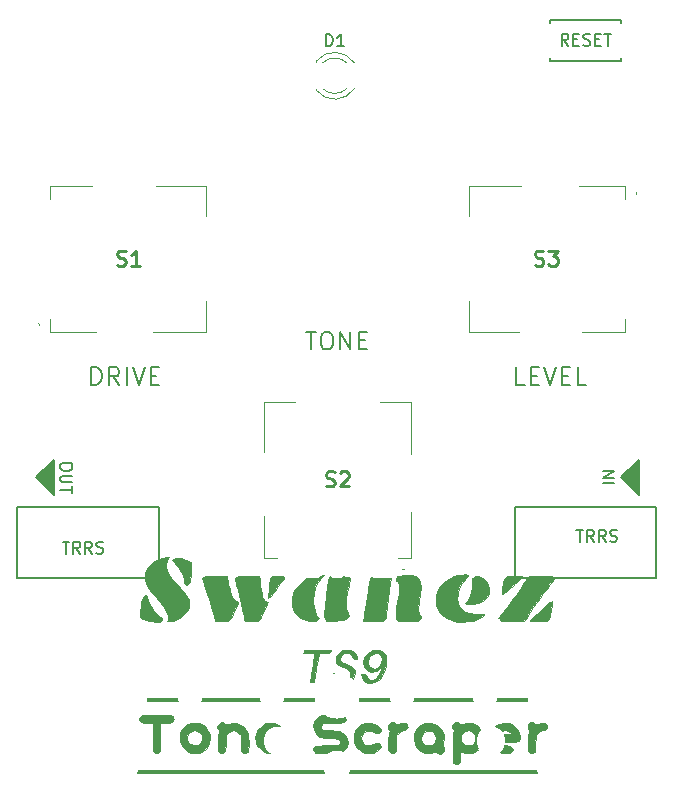
<source format=gto>
G04 #@! TF.GenerationSoftware,KiCad,Pcbnew,5.0.2-bee76a0~70~ubuntu18.04.1*
G04 #@! TF.CreationDate,2019-12-18T01:53:03+09:00*
G04 #@! TF.ProjectId,ts9,7473392e-6b69-4636-9164-5f7063625858,rev?*
G04 #@! TF.SameCoordinates,Original*
G04 #@! TF.FileFunction,Legend,Top*
G04 #@! TF.FilePolarity,Positive*
%FSLAX46Y46*%
G04 Gerber Fmt 4.6, Leading zero omitted, Abs format (unit mm)*
G04 Created by KiCad (PCBNEW 5.0.2-bee76a0~70~ubuntu18.04.1) date 2019年12月18日 01時53分03秒*
%MOMM*%
%LPD*%
G01*
G04 APERTURE LIST*
%ADD10C,0.150000*%
%ADD11C,0.100000*%
%ADD12C,0.120000*%
%ADD13C,0.010000*%
%ADD14C,0.254000*%
%ADD15C,4.960000*%
%ADD16C,2.350000*%
%ADD17C,2.100000*%
%ADD18R,2.100000X2.100000*%
%ADD19C,3.829000*%
%ADD20C,2.432000*%
%ADD21C,1.390600*%
%ADD22C,2.101800*%
%ADD23C,2.200000*%
%ADD24R,2.200000X2.200000*%
%ADD25C,1.400000*%
%ADD26C,1.400000*%
%ADD27C,1.050000*%
%ADD28C,1.600000*%
G04 APERTURE END LIST*
D10*
G36*
X80575000Y-83425000D02*
X80575000Y-86425000D01*
X79075000Y-84925000D01*
X80575000Y-83425000D01*
G37*
X80575000Y-83425000D02*
X80575000Y-86425000D01*
X79075000Y-84925000D01*
X80575000Y-83425000D01*
X78527380Y-85448809D02*
X77527380Y-85448809D01*
X78527380Y-84972619D02*
X77527380Y-84972619D01*
X78527380Y-84401190D01*
X77527380Y-84401190D01*
X32622619Y-83925000D02*
X32622619Y-84115476D01*
X32575000Y-84210714D01*
X32479761Y-84305952D01*
X32289285Y-84353571D01*
X31955952Y-84353571D01*
X31765476Y-84305952D01*
X31670238Y-84210714D01*
X31622619Y-84115476D01*
X31622619Y-83925000D01*
X31670238Y-83829761D01*
X31765476Y-83734523D01*
X31955952Y-83686904D01*
X32289285Y-83686904D01*
X32479761Y-83734523D01*
X32575000Y-83829761D01*
X32622619Y-83925000D01*
X32622619Y-84782142D02*
X31813095Y-84782142D01*
X31717857Y-84829761D01*
X31670238Y-84877380D01*
X31622619Y-84972619D01*
X31622619Y-85163095D01*
X31670238Y-85258333D01*
X31717857Y-85305952D01*
X31813095Y-85353571D01*
X32622619Y-85353571D01*
X32622619Y-85686904D02*
X32622619Y-86258333D01*
X31622619Y-85972619D02*
X32622619Y-85972619D01*
G36*
X31075000Y-83425000D02*
X31075000Y-86425000D01*
X29575000Y-84925000D01*
X31075000Y-83425000D01*
G37*
X31075000Y-83425000D02*
X31075000Y-86425000D01*
X29575000Y-84925000D01*
X31075000Y-83425000D01*
X34253571Y-77103571D02*
X34253571Y-75603571D01*
X34610714Y-75603571D01*
X34825000Y-75675000D01*
X34967857Y-75817857D01*
X35039285Y-75960714D01*
X35110714Y-76246428D01*
X35110714Y-76460714D01*
X35039285Y-76746428D01*
X34967857Y-76889285D01*
X34825000Y-77032142D01*
X34610714Y-77103571D01*
X34253571Y-77103571D01*
X36610714Y-77103571D02*
X36110714Y-76389285D01*
X35753571Y-77103571D02*
X35753571Y-75603571D01*
X36325000Y-75603571D01*
X36467857Y-75675000D01*
X36539285Y-75746428D01*
X36610714Y-75889285D01*
X36610714Y-76103571D01*
X36539285Y-76246428D01*
X36467857Y-76317857D01*
X36325000Y-76389285D01*
X35753571Y-76389285D01*
X37253571Y-77103571D02*
X37253571Y-75603571D01*
X37753571Y-75603571D02*
X38253571Y-77103571D01*
X38753571Y-75603571D01*
X39253571Y-76317857D02*
X39753571Y-76317857D01*
X39967857Y-77103571D02*
X39253571Y-77103571D01*
X39253571Y-75603571D01*
X39967857Y-75603571D01*
X70932142Y-77103571D02*
X70217857Y-77103571D01*
X70217857Y-75603571D01*
X71432142Y-76317857D02*
X71932142Y-76317857D01*
X72146428Y-77103571D02*
X71432142Y-77103571D01*
X71432142Y-75603571D01*
X72146428Y-75603571D01*
X72575000Y-75603571D02*
X73075000Y-77103571D01*
X73575000Y-75603571D01*
X74075000Y-76317857D02*
X74575000Y-76317857D01*
X74789285Y-77103571D02*
X74075000Y-77103571D01*
X74075000Y-75603571D01*
X74789285Y-75603571D01*
X76146428Y-77103571D02*
X75432142Y-77103571D01*
X75432142Y-75603571D01*
X52396428Y-72603571D02*
X53253571Y-72603571D01*
X52825000Y-74103571D02*
X52825000Y-72603571D01*
X54039285Y-72603571D02*
X54325000Y-72603571D01*
X54467857Y-72675000D01*
X54610714Y-72817857D01*
X54682142Y-73103571D01*
X54682142Y-73603571D01*
X54610714Y-73889285D01*
X54467857Y-74032142D01*
X54325000Y-74103571D01*
X54039285Y-74103571D01*
X53896428Y-74032142D01*
X53753571Y-73889285D01*
X53682142Y-73603571D01*
X53682142Y-73103571D01*
X53753571Y-72817857D01*
X53896428Y-72675000D01*
X54039285Y-72603571D01*
X55325000Y-74103571D02*
X55325000Y-72603571D01*
X56182142Y-74103571D01*
X56182142Y-72603571D01*
X56896428Y-73317857D02*
X57396428Y-73317857D01*
X57610714Y-74103571D02*
X56896428Y-74103571D01*
X56896428Y-72603571D01*
X57610714Y-72603571D01*
D11*
G04 #@! TO.C,S1*
X29775000Y-71925000D02*
G75*
G02X29775000Y-72025000I0J-50000D01*
G01*
X29775000Y-72025000D02*
G75*
G02X29775000Y-71925000I0J50000D01*
G01*
X29775000Y-72025000D02*
X29775000Y-72025000D01*
X29775000Y-71925000D02*
X29775000Y-71925000D01*
X43925000Y-60225000D02*
X43925000Y-62825000D01*
X39725000Y-60225000D02*
X43925000Y-60225000D01*
X43925000Y-72625000D02*
X43925000Y-70025000D01*
X39425000Y-72625000D02*
X43925000Y-72625000D01*
X30725000Y-60225000D02*
X34325000Y-60225000D01*
X30725000Y-61325000D02*
X30725000Y-60225000D01*
X30725000Y-72625000D02*
X34625000Y-72625000D01*
X30725000Y-71525000D02*
X30725000Y-72625000D01*
D12*
G04 #@! TO.C,D1*
X53285000Y-52005000D02*
X53285000Y-52161000D01*
X53285000Y-49689000D02*
X53285000Y-49845000D01*
X55886130Y-52004837D02*
G75*
G02X53804039Y-52005000I-1041130J1079837D01*
G01*
X55886130Y-49845163D02*
G75*
G03X53804039Y-49845000I-1041130J-1079837D01*
G01*
X56517335Y-52003608D02*
G75*
G02X53285000Y-52160516I-1672335J1078608D01*
G01*
X56517335Y-49846392D02*
G75*
G03X53285000Y-49689484I-1672335J-1078608D01*
G01*
D11*
G04 #@! TO.C,S2*
X60175000Y-91775000D02*
X61275000Y-91775000D01*
X61275000Y-91775000D02*
X61275000Y-87875000D01*
X49975000Y-91775000D02*
X48875000Y-91775000D01*
X48875000Y-91775000D02*
X48875000Y-88175000D01*
X61275000Y-83075000D02*
X61275000Y-78575000D01*
X61275000Y-78575000D02*
X58675000Y-78575000D01*
X48875000Y-82775000D02*
X48875000Y-78575000D01*
X48875000Y-78575000D02*
X51475000Y-78575000D01*
X60575000Y-92725000D02*
X60575000Y-92725000D01*
X60675000Y-92725000D02*
X60675000Y-92725000D01*
X60675000Y-92725000D02*
G75*
G02X60575000Y-92725000I-50000J0D01*
G01*
X60575000Y-92725000D02*
G75*
G02X60675000Y-92725000I50000J0D01*
G01*
G04 #@! TO.C,S3*
X79425000Y-61325000D02*
X79425000Y-60225000D01*
X79425000Y-60225000D02*
X75525000Y-60225000D01*
X79425000Y-71525000D02*
X79425000Y-72625000D01*
X79425000Y-72625000D02*
X75825000Y-72625000D01*
X70725000Y-60225000D02*
X66225000Y-60225000D01*
X66225000Y-60225000D02*
X66225000Y-62825000D01*
X70425000Y-72625000D02*
X66225000Y-72625000D01*
X66225000Y-72625000D02*
X66225000Y-70025000D01*
X80375000Y-60925000D02*
X80375000Y-60925000D01*
X80375000Y-60825000D02*
X80375000Y-60825000D01*
X80375000Y-60825000D02*
G75*
G02X80375000Y-60925000I0J-50000D01*
G01*
X80375000Y-60925000D02*
G75*
G02X80375000Y-60825000I0J50000D01*
G01*
D10*
G04 #@! TO.C,J1*
X39940000Y-93425000D02*
X27940000Y-93425000D01*
X39940000Y-87425000D02*
X39940000Y-93425000D01*
X27940000Y-87425000D02*
X39940000Y-87425000D01*
X27940000Y-93425000D02*
X27940000Y-87425000D01*
G04 #@! TO.C,J2*
X82075000Y-87425000D02*
X82075000Y-93425000D01*
X82075000Y-93425000D02*
X70075000Y-93425000D01*
X70075000Y-93425000D02*
X70075000Y-87425000D01*
X70075000Y-87425000D02*
X82075000Y-87425000D01*
G04 #@! TO.C,SW10*
X79075000Y-46175000D02*
X73075000Y-46175000D01*
X73075000Y-46175000D02*
X73075000Y-46425000D01*
X79075000Y-46175000D02*
X79075000Y-46425000D01*
X79075000Y-49675000D02*
X79075000Y-49425000D01*
X79075000Y-49675000D02*
X73075000Y-49675000D01*
X73075000Y-49675000D02*
X73075000Y-49425000D01*
D13*
G04 #@! TO.C,G\002A\002A\002A*
G36*
X41597818Y-91752362D02*
X41630400Y-91756244D01*
X41803748Y-91788490D01*
X42027974Y-91844660D01*
X42258655Y-91913463D01*
X42290800Y-91924085D01*
X42697200Y-92060400D01*
X42713612Y-92289000D01*
X42714473Y-92460868D01*
X42700999Y-92700937D01*
X42676492Y-92977348D01*
X42644251Y-93258244D01*
X42607579Y-93511767D01*
X42569775Y-93706059D01*
X42564683Y-93726330D01*
X42492135Y-93889148D01*
X42386534Y-93967630D01*
X42234170Y-94013040D01*
X42150184Y-93996311D01*
X42115995Y-93907847D01*
X42111688Y-93825700D01*
X42074745Y-93552932D01*
X41976102Y-93238724D01*
X41829020Y-92910213D01*
X41646760Y-92594540D01*
X41442583Y-92318845D01*
X41304817Y-92174327D01*
X41080834Y-91967206D01*
X41228617Y-91845962D01*
X41335343Y-91772684D01*
X41443384Y-91744839D01*
X41597818Y-91752362D01*
X41597818Y-91752362D01*
G37*
X41597818Y-91752362D02*
X41630400Y-91756244D01*
X41803748Y-91788490D01*
X42027974Y-91844660D01*
X42258655Y-91913463D01*
X42290800Y-91924085D01*
X42697200Y-92060400D01*
X42713612Y-92289000D01*
X42714473Y-92460868D01*
X42700999Y-92700937D01*
X42676492Y-92977348D01*
X42644251Y-93258244D01*
X42607579Y-93511767D01*
X42569775Y-93706059D01*
X42564683Y-93726330D01*
X42492135Y-93889148D01*
X42386534Y-93967630D01*
X42234170Y-94013040D01*
X42150184Y-93996311D01*
X42115995Y-93907847D01*
X42111688Y-93825700D01*
X42074745Y-93552932D01*
X41976102Y-93238724D01*
X41829020Y-92910213D01*
X41646760Y-92594540D01*
X41442583Y-92318845D01*
X41304817Y-92174327D01*
X41080834Y-91967206D01*
X41228617Y-91845962D01*
X41335343Y-91772684D01*
X41443384Y-91744839D01*
X41597818Y-91752362D01*
G36*
X70379207Y-93256919D02*
X70572319Y-93269702D01*
X70676162Y-93299481D01*
X70696877Y-93353191D01*
X70640607Y-93437766D01*
X70513493Y-93560141D01*
X70428132Y-93635200D01*
X70299833Y-93749590D01*
X70121210Y-93912722D01*
X69915477Y-94103231D01*
X69705849Y-94299751D01*
X69696796Y-94308300D01*
X69454605Y-94529492D01*
X69272304Y-94678203D01*
X69143697Y-94759122D01*
X69075761Y-94778200D01*
X69008173Y-94773495D01*
X68975333Y-94743633D01*
X68970860Y-94664992D01*
X68988376Y-94513951D01*
X68993748Y-94474508D01*
X69028451Y-94257365D01*
X69076091Y-94003980D01*
X69116277Y-93814697D01*
X69169397Y-93607625D01*
X69230944Y-93458860D01*
X69317566Y-93358828D01*
X69445912Y-93297951D01*
X69632630Y-93266653D01*
X69894367Y-93255358D01*
X70090685Y-93254200D01*
X70379207Y-93256919D01*
X70379207Y-93256919D01*
G37*
X70379207Y-93256919D02*
X70572319Y-93269702D01*
X70676162Y-93299481D01*
X70696877Y-93353191D01*
X70640607Y-93437766D01*
X70513493Y-93560141D01*
X70428132Y-93635200D01*
X70299833Y-93749590D01*
X70121210Y-93912722D01*
X69915477Y-94103231D01*
X69705849Y-94299751D01*
X69696796Y-94308300D01*
X69454605Y-94529492D01*
X69272304Y-94678203D01*
X69143697Y-94759122D01*
X69075761Y-94778200D01*
X69008173Y-94773495D01*
X68975333Y-94743633D01*
X68970860Y-94664992D01*
X68988376Y-94513951D01*
X68993748Y-94474508D01*
X69028451Y-94257365D01*
X69076091Y-94003980D01*
X69116277Y-93814697D01*
X69169397Y-93607625D01*
X69230944Y-93458860D01*
X69317566Y-93358828D01*
X69445912Y-93297951D01*
X69632630Y-93266653D01*
X69894367Y-93255358D01*
X70090685Y-93254200D01*
X70379207Y-93256919D01*
G36*
X50338290Y-93256859D02*
X50512030Y-93264047D01*
X50620950Y-93274574D01*
X50647400Y-93283825D01*
X50619328Y-93333505D01*
X50542168Y-93449936D01*
X50426497Y-93617639D01*
X50282896Y-93821132D01*
X50222127Y-93906125D01*
X50052736Y-94144345D01*
X49889943Y-94377107D01*
X49750356Y-94580414D01*
X49650585Y-94730268D01*
X49636999Y-94751509D01*
X49477151Y-94962575D01*
X49319374Y-95092483D01*
X49193569Y-95131999D01*
X49167437Y-95098094D01*
X49176375Y-94986935D01*
X49207627Y-94841700D01*
X49241149Y-94662901D01*
X49273360Y-94420843D01*
X49299585Y-94153812D01*
X49310295Y-94001101D01*
X49331066Y-93714903D01*
X49365397Y-93513040D01*
X49429238Y-93380814D01*
X49538543Y-93303527D01*
X49709261Y-93266478D01*
X49957344Y-93254970D01*
X50120850Y-93254200D01*
X50338290Y-93256859D01*
X50338290Y-93256859D01*
G37*
X50338290Y-93256859D02*
X50512030Y-93264047D01*
X50620950Y-93274574D01*
X50647400Y-93283825D01*
X50619328Y-93333505D01*
X50542168Y-93449936D01*
X50426497Y-93617639D01*
X50282896Y-93821132D01*
X50222127Y-93906125D01*
X50052736Y-94144345D01*
X49889943Y-94377107D01*
X49750356Y-94580414D01*
X49650585Y-94730268D01*
X49636999Y-94751509D01*
X49477151Y-94962575D01*
X49319374Y-95092483D01*
X49193569Y-95131999D01*
X49167437Y-95098094D01*
X49176375Y-94986935D01*
X49207627Y-94841700D01*
X49241149Y-94662901D01*
X49273360Y-94420843D01*
X49299585Y-94153812D01*
X49310295Y-94001101D01*
X49331066Y-93714903D01*
X49365397Y-93513040D01*
X49429238Y-93380814D01*
X49538543Y-93303527D01*
X49709261Y-93266478D01*
X49957344Y-93254970D01*
X50120850Y-93254200D01*
X50338290Y-93256859D01*
G36*
X67025131Y-93319795D02*
X67144019Y-93374419D01*
X67473506Y-93577529D01*
X67708549Y-93808197D01*
X67854259Y-94073695D01*
X67915746Y-94381299D01*
X67918564Y-94476738D01*
X67869224Y-94782394D01*
X67729839Y-95058942D01*
X67510484Y-95294534D01*
X67221236Y-95477322D01*
X66993538Y-95564297D01*
X66824758Y-95600016D01*
X66612060Y-95625063D01*
X66384331Y-95638500D01*
X66170457Y-95639386D01*
X65999327Y-95626784D01*
X65899990Y-95599856D01*
X65879378Y-95553100D01*
X65943300Y-95481514D01*
X65976765Y-95455677D01*
X66150346Y-95271584D01*
X66292908Y-95009703D01*
X66398344Y-94690742D01*
X66460547Y-94335414D01*
X66473410Y-93964426D01*
X66462561Y-93808247D01*
X66450476Y-93638294D01*
X66463638Y-93532713D01*
X66510233Y-93455716D01*
X66553082Y-93412581D01*
X66699982Y-93306208D01*
X66848023Y-93275880D01*
X67025131Y-93319795D01*
X67025131Y-93319795D01*
G37*
X67025131Y-93319795D02*
X67144019Y-93374419D01*
X67473506Y-93577529D01*
X67708549Y-93808197D01*
X67854259Y-94073695D01*
X67915746Y-94381299D01*
X67918564Y-94476738D01*
X67869224Y-94782394D01*
X67729839Y-95058942D01*
X67510484Y-95294534D01*
X67221236Y-95477322D01*
X66993538Y-95564297D01*
X66824758Y-95600016D01*
X66612060Y-95625063D01*
X66384331Y-95638500D01*
X66170457Y-95639386D01*
X65999327Y-95626784D01*
X65899990Y-95599856D01*
X65879378Y-95553100D01*
X65943300Y-95481514D01*
X65976765Y-95455677D01*
X66150346Y-95271584D01*
X66292908Y-95009703D01*
X66398344Y-94690742D01*
X66460547Y-94335414D01*
X66473410Y-93964426D01*
X66462561Y-93808247D01*
X66450476Y-93638294D01*
X66463638Y-93532713D01*
X66510233Y-93455716D01*
X66553082Y-93412581D01*
X66699982Y-93306208D01*
X66848023Y-93275880D01*
X67025131Y-93319795D01*
G36*
X73249175Y-95485332D02*
X73238990Y-95613885D01*
X73212332Y-95806790D01*
X73171741Y-96046580D01*
X73119758Y-96315788D01*
X73096801Y-96425654D01*
X73040567Y-96675235D01*
X72983758Y-96855882D01*
X72909835Y-96978736D01*
X72802261Y-97054935D01*
X72644495Y-97095618D01*
X72419999Y-97111924D01*
X72112234Y-97114992D01*
X72073272Y-97115000D01*
X71368055Y-97115000D01*
X71459827Y-96958184D01*
X71552466Y-96841500D01*
X71694454Y-96706120D01*
X71805600Y-96618044D01*
X72185546Y-96321241D01*
X72500325Y-96022103D01*
X72684888Y-95812927D01*
X72857747Y-95636187D01*
X73037339Y-95507065D01*
X73198215Y-95442715D01*
X73240347Y-95438600D01*
X73249175Y-95485332D01*
X73249175Y-95485332D01*
G37*
X73249175Y-95485332D02*
X73238990Y-95613885D01*
X73212332Y-95806790D01*
X73171741Y-96046580D01*
X73119758Y-96315788D01*
X73096801Y-96425654D01*
X73040567Y-96675235D01*
X72983758Y-96855882D01*
X72909835Y-96978736D01*
X72802261Y-97054935D01*
X72644495Y-97095618D01*
X72419999Y-97111924D01*
X72112234Y-97114992D01*
X72073272Y-97115000D01*
X71368055Y-97115000D01*
X71459827Y-96958184D01*
X71552466Y-96841500D01*
X71694454Y-96706120D01*
X71805600Y-96618044D01*
X72185546Y-96321241D01*
X72500325Y-96022103D01*
X72684888Y-95812927D01*
X72857747Y-95636187D01*
X73037339Y-95507065D01*
X73198215Y-95442715D01*
X73240347Y-95438600D01*
X73249175Y-95485332D01*
G36*
X72991627Y-93263379D02*
X73115810Y-93272735D01*
X73200051Y-93289646D01*
X73259761Y-93315597D01*
X73310353Y-93352072D01*
X73334577Y-93372595D01*
X73474737Y-93493155D01*
X73031055Y-94046777D01*
X72778856Y-94369468D01*
X72498420Y-94741844D01*
X72204770Y-95142844D01*
X71912929Y-95551406D01*
X71637918Y-95946471D01*
X71394760Y-96306977D01*
X71198475Y-96611863D01*
X71179057Y-96643269D01*
X70891200Y-97111339D01*
X69922804Y-97113169D01*
X68954408Y-97115000D01*
X68809238Y-96963475D01*
X68720461Y-96862260D01*
X68697197Y-96796950D01*
X68730115Y-96734745D01*
X68740580Y-96722175D01*
X68805507Y-96646357D01*
X68918365Y-96514915D01*
X69060796Y-96349222D01*
X69156413Y-96238073D01*
X69497958Y-95822863D01*
X69865975Y-95342894D01*
X70241396Y-94824224D01*
X70605151Y-94292917D01*
X70813091Y-93973869D01*
X71256212Y-93279600D01*
X72225314Y-93265817D01*
X72561790Y-93261404D01*
X72812091Y-93260097D01*
X72991627Y-93263379D01*
X72991627Y-93263379D01*
G37*
X72991627Y-93263379D02*
X73115810Y-93272735D01*
X73200051Y-93289646D01*
X73259761Y-93315597D01*
X73310353Y-93352072D01*
X73334577Y-93372595D01*
X73474737Y-93493155D01*
X73031055Y-94046777D01*
X72778856Y-94369468D01*
X72498420Y-94741844D01*
X72204770Y-95142844D01*
X71912929Y-95551406D01*
X71637918Y-95946471D01*
X71394760Y-96306977D01*
X71198475Y-96611863D01*
X71179057Y-96643269D01*
X70891200Y-97111339D01*
X69922804Y-97113169D01*
X68954408Y-97115000D01*
X68809238Y-96963475D01*
X68720461Y-96862260D01*
X68697197Y-96796950D01*
X68730115Y-96734745D01*
X68740580Y-96722175D01*
X68805507Y-96646357D01*
X68918365Y-96514915D01*
X69060796Y-96349222D01*
X69156413Y-96238073D01*
X69497958Y-95822863D01*
X69865975Y-95342894D01*
X70241396Y-94824224D01*
X70605151Y-94292917D01*
X70813091Y-93973869D01*
X71256212Y-93279600D01*
X72225314Y-93265817D01*
X72561790Y-93261404D01*
X72812091Y-93260097D01*
X72991627Y-93263379D01*
G36*
X61412527Y-93198318D02*
X61660193Y-93263211D01*
X61845977Y-93381139D01*
X61986060Y-93559640D01*
X62013900Y-93610807D01*
X62072055Y-93749415D01*
X62108728Y-93905470D01*
X62123776Y-94093606D01*
X62117059Y-94328455D01*
X62088436Y-94624652D01*
X62037765Y-94996829D01*
X61998075Y-95254179D01*
X61943543Y-95617840D01*
X61910880Y-95898876D01*
X61900894Y-96114056D01*
X61914390Y-96280147D01*
X61952176Y-96413917D01*
X62015059Y-96532135D01*
X62062817Y-96599483D01*
X62192078Y-96769767D01*
X62032187Y-96929683D01*
X61872297Y-97089600D01*
X60206861Y-97125254D01*
X60113430Y-96982450D01*
X60064339Y-96877536D01*
X60034911Y-96735512D01*
X60025605Y-96545979D01*
X60036880Y-96298534D01*
X60069195Y-95982778D01*
X60123009Y-95588310D01*
X60195343Y-95125783D01*
X60252942Y-94766412D01*
X60293904Y-94492601D01*
X60319495Y-94289902D01*
X60330981Y-94143865D01*
X60329626Y-94040042D01*
X60316697Y-93963983D01*
X60301072Y-93918637D01*
X60213607Y-93789801D01*
X60115169Y-93730646D01*
X60021246Y-93664518D01*
X59993458Y-93552391D01*
X60036559Y-93429229D01*
X60068907Y-93390349D01*
X60193153Y-93316881D01*
X60395573Y-93254525D01*
X60652934Y-93208106D01*
X60942006Y-93182450D01*
X61086800Y-93178923D01*
X61412527Y-93198318D01*
X61412527Y-93198318D01*
G37*
X61412527Y-93198318D02*
X61660193Y-93263211D01*
X61845977Y-93381139D01*
X61986060Y-93559640D01*
X62013900Y-93610807D01*
X62072055Y-93749415D01*
X62108728Y-93905470D01*
X62123776Y-94093606D01*
X62117059Y-94328455D01*
X62088436Y-94624652D01*
X62037765Y-94996829D01*
X61998075Y-95254179D01*
X61943543Y-95617840D01*
X61910880Y-95898876D01*
X61900894Y-96114056D01*
X61914390Y-96280147D01*
X61952176Y-96413917D01*
X62015059Y-96532135D01*
X62062817Y-96599483D01*
X62192078Y-96769767D01*
X62032187Y-96929683D01*
X61872297Y-97089600D01*
X60206861Y-97125254D01*
X60113430Y-96982450D01*
X60064339Y-96877536D01*
X60034911Y-96735512D01*
X60025605Y-96545979D01*
X60036880Y-96298534D01*
X60069195Y-95982778D01*
X60123009Y-95588310D01*
X60195343Y-95125783D01*
X60252942Y-94766412D01*
X60293904Y-94492601D01*
X60319495Y-94289902D01*
X60330981Y-94143865D01*
X60329626Y-94040042D01*
X60316697Y-93963983D01*
X60301072Y-93918637D01*
X60213607Y-93789801D01*
X60115169Y-93730646D01*
X60021246Y-93664518D01*
X59993458Y-93552391D01*
X60036559Y-93429229D01*
X60068907Y-93390349D01*
X60193153Y-93316881D01*
X60395573Y-93254525D01*
X60652934Y-93208106D01*
X60942006Y-93182450D01*
X61086800Y-93178923D01*
X61412527Y-93198318D01*
G36*
X59627257Y-93175507D02*
X59624251Y-93227362D01*
X59607041Y-93362084D01*
X59578092Y-93562318D01*
X59539869Y-93810709D01*
X59514326Y-93970590D01*
X59469094Y-94264980D01*
X59420932Y-94604157D01*
X59371987Y-94970237D01*
X59324402Y-95345339D01*
X59280323Y-95711580D01*
X59241894Y-96051078D01*
X59211259Y-96345950D01*
X59190563Y-96578315D01*
X59181951Y-96730289D01*
X59181831Y-96743012D01*
X59142814Y-96905084D01*
X59047949Y-97009712D01*
X58991223Y-97048657D01*
X58924345Y-97076650D01*
X58830585Y-97095479D01*
X58693212Y-97106929D01*
X58495494Y-97112788D01*
X58220700Y-97114841D01*
X58061854Y-97115000D01*
X57209610Y-97115000D01*
X57283729Y-96797500D01*
X57357187Y-96452681D01*
X57435043Y-96034363D01*
X57512802Y-95570257D01*
X57585972Y-95088073D01*
X57650058Y-94615521D01*
X57685351Y-94321000D01*
X57724492Y-93992489D01*
X57761254Y-93750043D01*
X57801601Y-93578470D01*
X57851499Y-93462578D01*
X57916913Y-93387176D01*
X58003807Y-93337071D01*
X58083042Y-93308123D01*
X58173930Y-93290134D01*
X58335737Y-93268630D01*
X58546722Y-93245479D01*
X58785144Y-93222547D01*
X59029261Y-93201703D01*
X59257332Y-93184814D01*
X59447616Y-93173745D01*
X59578371Y-93170365D01*
X59627257Y-93175507D01*
X59627257Y-93175507D01*
G37*
X59627257Y-93175507D02*
X59624251Y-93227362D01*
X59607041Y-93362084D01*
X59578092Y-93562318D01*
X59539869Y-93810709D01*
X59514326Y-93970590D01*
X59469094Y-94264980D01*
X59420932Y-94604157D01*
X59371987Y-94970237D01*
X59324402Y-95345339D01*
X59280323Y-95711580D01*
X59241894Y-96051078D01*
X59211259Y-96345950D01*
X59190563Y-96578315D01*
X59181951Y-96730289D01*
X59181831Y-96743012D01*
X59142814Y-96905084D01*
X59047949Y-97009712D01*
X58991223Y-97048657D01*
X58924345Y-97076650D01*
X58830585Y-97095479D01*
X58693212Y-97106929D01*
X58495494Y-97112788D01*
X58220700Y-97114841D01*
X58061854Y-97115000D01*
X57209610Y-97115000D01*
X57283729Y-96797500D01*
X57357187Y-96452681D01*
X57435043Y-96034363D01*
X57512802Y-95570257D01*
X57585972Y-95088073D01*
X57650058Y-94615521D01*
X57685351Y-94321000D01*
X57724492Y-93992489D01*
X57761254Y-93750043D01*
X57801601Y-93578470D01*
X57851499Y-93462578D01*
X57916913Y-93387176D01*
X58003807Y-93337071D01*
X58083042Y-93308123D01*
X58173930Y-93290134D01*
X58335737Y-93268630D01*
X58546722Y-93245479D01*
X58785144Y-93222547D01*
X59029261Y-93201703D01*
X59257332Y-93184814D01*
X59447616Y-93173745D01*
X59578371Y-93170365D01*
X59627257Y-93175507D01*
G36*
X54913741Y-93262051D02*
X55058963Y-93269766D01*
X55312921Y-93290331D01*
X55570008Y-93322577D01*
X55807106Y-93362345D01*
X56001100Y-93405477D01*
X56128870Y-93447813D01*
X56161449Y-93468116D01*
X56157438Y-93521200D01*
X56134406Y-93654527D01*
X56095928Y-93849288D01*
X56045580Y-94086671D01*
X56032894Y-94144428D01*
X55921721Y-94677675D01*
X55844008Y-95125815D01*
X55799306Y-95499514D01*
X55787168Y-95809439D01*
X55807142Y-96066255D01*
X55858780Y-96280630D01*
X55935687Y-96452792D01*
X56052613Y-96660832D01*
X55900602Y-96812843D01*
X55823480Y-96881810D01*
X55739072Y-96931284D01*
X55624318Y-96968622D01*
X55456159Y-97001180D01*
X55211538Y-97036314D01*
X55191895Y-97038935D01*
X54932957Y-97070235D01*
X54681381Y-97095202D01*
X54472179Y-97110622D01*
X54374288Y-97114008D01*
X54217755Y-97109661D01*
X54127969Y-97083479D01*
X54070170Y-97018049D01*
X54031388Y-96942222D01*
X53990937Y-96832796D01*
X53965500Y-96698152D01*
X53955520Y-96526481D01*
X53961441Y-96305974D01*
X53983705Y-96024823D01*
X54022756Y-95671218D01*
X54079037Y-95233351D01*
X54101811Y-95065849D01*
X54147006Y-94726612D01*
X54186874Y-94407783D01*
X54219305Y-94127864D01*
X54242189Y-93905357D01*
X54253414Y-93758763D01*
X54254200Y-93730040D01*
X54272056Y-93553727D01*
X54337687Y-93425378D01*
X54385863Y-93371917D01*
X54447996Y-93313836D01*
X54509445Y-93277209D01*
X54592616Y-93258635D01*
X54719913Y-93254716D01*
X54913741Y-93262051D01*
X54913741Y-93262051D01*
G37*
X54913741Y-93262051D02*
X55058963Y-93269766D01*
X55312921Y-93290331D01*
X55570008Y-93322577D01*
X55807106Y-93362345D01*
X56001100Y-93405477D01*
X56128870Y-93447813D01*
X56161449Y-93468116D01*
X56157438Y-93521200D01*
X56134406Y-93654527D01*
X56095928Y-93849288D01*
X56045580Y-94086671D01*
X56032894Y-94144428D01*
X55921721Y-94677675D01*
X55844008Y-95125815D01*
X55799306Y-95499514D01*
X55787168Y-95809439D01*
X55807142Y-96066255D01*
X55858780Y-96280630D01*
X55935687Y-96452792D01*
X56052613Y-96660832D01*
X55900602Y-96812843D01*
X55823480Y-96881810D01*
X55739072Y-96931284D01*
X55624318Y-96968622D01*
X55456159Y-97001180D01*
X55211538Y-97036314D01*
X55191895Y-97038935D01*
X54932957Y-97070235D01*
X54681381Y-97095202D01*
X54472179Y-97110622D01*
X54374288Y-97114008D01*
X54217755Y-97109661D01*
X54127969Y-97083479D01*
X54070170Y-97018049D01*
X54031388Y-96942222D01*
X53990937Y-96832796D01*
X53965500Y-96698152D01*
X53955520Y-96526481D01*
X53961441Y-96305974D01*
X53983705Y-96024823D01*
X54022756Y-95671218D01*
X54079037Y-95233351D01*
X54101811Y-95065849D01*
X54147006Y-94726612D01*
X54186874Y-94407783D01*
X54219305Y-94127864D01*
X54242189Y-93905357D01*
X54253414Y-93758763D01*
X54254200Y-93730040D01*
X54272056Y-93553727D01*
X54337687Y-93425378D01*
X54385863Y-93371917D01*
X54447996Y-93313836D01*
X54509445Y-93277209D01*
X54592616Y-93258635D01*
X54719913Y-93254716D01*
X54913741Y-93262051D01*
G36*
X53673398Y-93459022D02*
X53394613Y-93827160D01*
X53197491Y-94249555D01*
X53081074Y-94729292D01*
X53044401Y-95269456D01*
X53049758Y-95464000D01*
X53086883Y-95898318D01*
X53152747Y-96245130D01*
X53250158Y-96515164D01*
X53376551Y-96712826D01*
X53512398Y-96874271D01*
X53372466Y-96994635D01*
X53186042Y-97088387D01*
X52927563Y-97111412D01*
X52597961Y-97063669D01*
X52488934Y-97036506D01*
X52080897Y-96884036D01*
X51742161Y-96667425D01*
X51479908Y-96392189D01*
X51338995Y-96153349D01*
X51285503Y-96015864D01*
X51252636Y-95865680D01*
X51236100Y-95673155D01*
X51231600Y-95412082D01*
X51234101Y-95170406D01*
X51246045Y-94996852D01*
X51274092Y-94857977D01*
X51324904Y-94720343D01*
X51401899Y-94557087D01*
X51645559Y-94173542D01*
X51966526Y-93841160D01*
X52349636Y-93569011D01*
X52779727Y-93366160D01*
X53241636Y-93241677D01*
X53664251Y-93204150D01*
X53912503Y-93203400D01*
X53673398Y-93459022D01*
X53673398Y-93459022D01*
G37*
X53673398Y-93459022D02*
X53394613Y-93827160D01*
X53197491Y-94249555D01*
X53081074Y-94729292D01*
X53044401Y-95269456D01*
X53049758Y-95464000D01*
X53086883Y-95898318D01*
X53152747Y-96245130D01*
X53250158Y-96515164D01*
X53376551Y-96712826D01*
X53512398Y-96874271D01*
X53372466Y-96994635D01*
X53186042Y-97088387D01*
X52927563Y-97111412D01*
X52597961Y-97063669D01*
X52488934Y-97036506D01*
X52080897Y-96884036D01*
X51742161Y-96667425D01*
X51479908Y-96392189D01*
X51338995Y-96153349D01*
X51285503Y-96015864D01*
X51252636Y-95865680D01*
X51236100Y-95673155D01*
X51231600Y-95412082D01*
X51234101Y-95170406D01*
X51246045Y-94996852D01*
X51274092Y-94857977D01*
X51324904Y-94720343D01*
X51401899Y-94557087D01*
X51645559Y-94173542D01*
X51966526Y-93841160D01*
X52349636Y-93569011D01*
X52779727Y-93366160D01*
X53241636Y-93241677D01*
X53664251Y-93204150D01*
X53912503Y-93203400D01*
X53673398Y-93459022D01*
G36*
X48488414Y-93597100D02*
X48539158Y-94050443D01*
X48596918Y-94450861D01*
X48659306Y-94784871D01*
X48723933Y-95038993D01*
X48763399Y-95148933D01*
X48841420Y-95302983D01*
X48921939Y-95385147D01*
X49020420Y-95420544D01*
X49127491Y-95446511D01*
X49174131Y-95466844D01*
X49174200Y-95467339D01*
X49155010Y-95517004D01*
X49102134Y-95643208D01*
X49022611Y-95829408D01*
X48923482Y-96059064D01*
X48868821Y-96184889D01*
X48729135Y-96501323D01*
X48615009Y-96736376D01*
X48512191Y-96902144D01*
X48406429Y-97010722D01*
X48283469Y-97074204D01*
X48129059Y-97104684D01*
X47928947Y-97114258D01*
X47772772Y-97115000D01*
X47507782Y-97110713D01*
X47333968Y-97097080D01*
X47241240Y-97072942D01*
X47219805Y-97051500D01*
X47199661Y-96969999D01*
X47168730Y-96823701D01*
X47141180Y-96683200D01*
X47084143Y-96398529D01*
X47009367Y-96048716D01*
X46922571Y-95658472D01*
X46829475Y-95252504D01*
X46735800Y-94855522D01*
X46647266Y-94492236D01*
X46569592Y-94187355D01*
X46526791Y-94029189D01*
X46373510Y-93483308D01*
X46506688Y-93368754D01*
X46559079Y-93327763D01*
X46617300Y-93297921D01*
X46697380Y-93277465D01*
X46815347Y-93264629D01*
X46987231Y-93257649D01*
X47229061Y-93254760D01*
X47547389Y-93254200D01*
X48454913Y-93254200D01*
X48488414Y-93597100D01*
X48488414Y-93597100D01*
G37*
X48488414Y-93597100D02*
X48539158Y-94050443D01*
X48596918Y-94450861D01*
X48659306Y-94784871D01*
X48723933Y-95038993D01*
X48763399Y-95148933D01*
X48841420Y-95302983D01*
X48921939Y-95385147D01*
X49020420Y-95420544D01*
X49127491Y-95446511D01*
X49174131Y-95466844D01*
X49174200Y-95467339D01*
X49155010Y-95517004D01*
X49102134Y-95643208D01*
X49022611Y-95829408D01*
X48923482Y-96059064D01*
X48868821Y-96184889D01*
X48729135Y-96501323D01*
X48615009Y-96736376D01*
X48512191Y-96902144D01*
X48406429Y-97010722D01*
X48283469Y-97074204D01*
X48129059Y-97104684D01*
X47928947Y-97114258D01*
X47772772Y-97115000D01*
X47507782Y-97110713D01*
X47333968Y-97097080D01*
X47241240Y-97072942D01*
X47219805Y-97051500D01*
X47199661Y-96969999D01*
X47168730Y-96823701D01*
X47141180Y-96683200D01*
X47084143Y-96398529D01*
X47009367Y-96048716D01*
X46922571Y-95658472D01*
X46829475Y-95252504D01*
X46735800Y-94855522D01*
X46647266Y-94492236D01*
X46569592Y-94187355D01*
X46526791Y-94029189D01*
X46373510Y-93483308D01*
X46506688Y-93368754D01*
X46559079Y-93327763D01*
X46617300Y-93297921D01*
X46697380Y-93277465D01*
X46815347Y-93264629D01*
X46987231Y-93257649D01*
X47229061Y-93254760D01*
X47547389Y-93254200D01*
X48454913Y-93254200D01*
X48488414Y-93597100D01*
G36*
X45099866Y-93254870D02*
X45352872Y-93256732D01*
X45551194Y-93259563D01*
X45678776Y-93263138D01*
X45719869Y-93266900D01*
X45730664Y-93356944D01*
X45759062Y-93520311D01*
X45799822Y-93731324D01*
X45847701Y-93964307D01*
X45897456Y-94193586D01*
X45943845Y-94393483D01*
X45973831Y-94510712D01*
X46097549Y-94893357D01*
X46231005Y-95174875D01*
X46374197Y-95355267D01*
X46527124Y-95434528D01*
X46572290Y-95438600D01*
X46661637Y-95458584D01*
X46667636Y-95502100D01*
X46638123Y-95569852D01*
X46576545Y-95712119D01*
X46491027Y-95910103D01*
X46389693Y-96145003D01*
X46354779Y-96226000D01*
X46219569Y-96534709D01*
X46108533Y-96762149D01*
X46006523Y-96920729D01*
X45898390Y-97022862D01*
X45768987Y-97080959D01*
X45603166Y-97107433D01*
X45385777Y-97114693D01*
X45269766Y-97115000D01*
X44723797Y-97115000D01*
X44604816Y-96619700D01*
X44556229Y-96434195D01*
X44481801Y-96171496D01*
X44387306Y-95850962D01*
X44278524Y-95491952D01*
X44161229Y-95113827D01*
X44062914Y-94803600D01*
X43639993Y-93482800D01*
X43768329Y-93368500D01*
X43818809Y-93327689D01*
X43875462Y-93297951D01*
X43954190Y-93277540D01*
X44070895Y-93264707D01*
X44241478Y-93257705D01*
X44481842Y-93254785D01*
X44807887Y-93254200D01*
X44808232Y-93254200D01*
X45099866Y-93254870D01*
X45099866Y-93254870D01*
G37*
X45099866Y-93254870D02*
X45352872Y-93256732D01*
X45551194Y-93259563D01*
X45678776Y-93263138D01*
X45719869Y-93266900D01*
X45730664Y-93356944D01*
X45759062Y-93520311D01*
X45799822Y-93731324D01*
X45847701Y-93964307D01*
X45897456Y-94193586D01*
X45943845Y-94393483D01*
X45973831Y-94510712D01*
X46097549Y-94893357D01*
X46231005Y-95174875D01*
X46374197Y-95355267D01*
X46527124Y-95434528D01*
X46572290Y-95438600D01*
X46661637Y-95458584D01*
X46667636Y-95502100D01*
X46638123Y-95569852D01*
X46576545Y-95712119D01*
X46491027Y-95910103D01*
X46389693Y-96145003D01*
X46354779Y-96226000D01*
X46219569Y-96534709D01*
X46108533Y-96762149D01*
X46006523Y-96920729D01*
X45898390Y-97022862D01*
X45768987Y-97080959D01*
X45603166Y-97107433D01*
X45385777Y-97114693D01*
X45269766Y-97115000D01*
X44723797Y-97115000D01*
X44604816Y-96619700D01*
X44556229Y-96434195D01*
X44481801Y-96171496D01*
X44387306Y-95850962D01*
X44278524Y-95491952D01*
X44161229Y-95113827D01*
X44062914Y-94803600D01*
X43639993Y-93482800D01*
X43768329Y-93368500D01*
X43818809Y-93327689D01*
X43875462Y-93297951D01*
X43954190Y-93277540D01*
X44070895Y-93264707D01*
X44241478Y-93257705D01*
X44481842Y-93254785D01*
X44807887Y-93254200D01*
X44808232Y-93254200D01*
X45099866Y-93254870D01*
G36*
X40780996Y-91702063D02*
X40766824Y-91751194D01*
X40706746Y-91848848D01*
X40682373Y-91882862D01*
X40609942Y-92006477D01*
X40573671Y-92150047D01*
X40563602Y-92353400D01*
X40563600Y-92357824D01*
X40578820Y-92578939D01*
X40629550Y-92791411D01*
X40723393Y-93008179D01*
X40867954Y-93242180D01*
X41070836Y-93506351D01*
X41339644Y-93813631D01*
X41554595Y-94043947D01*
X41868282Y-94383781D01*
X42110843Y-94670977D01*
X42289609Y-94917452D01*
X42411908Y-95135123D01*
X42485071Y-95335908D01*
X42516426Y-95531723D01*
X42518903Y-95611813D01*
X42469714Y-95934027D01*
X42332275Y-96241062D01*
X42119899Y-96520353D01*
X41845904Y-96759331D01*
X41523604Y-96945429D01*
X41166316Y-97066079D01*
X40940146Y-97101876D01*
X40636847Y-97129378D01*
X40689123Y-96991882D01*
X40731591Y-96804881D01*
X40718541Y-96601107D01*
X40645945Y-96372871D01*
X40509776Y-96112482D01*
X40306005Y-95812248D01*
X40030605Y-95464481D01*
X39679547Y-95061488D01*
X39676043Y-95057600D01*
X39363398Y-94695718D01*
X39124418Y-94381961D01*
X38951890Y-94102963D01*
X38838597Y-93845360D01*
X38777325Y-93595787D01*
X38760696Y-93362113D01*
X38810116Y-93015987D01*
X38949922Y-92689031D01*
X39169261Y-92391806D01*
X39457284Y-92134873D01*
X39803140Y-91928794D01*
X40195980Y-91784131D01*
X40433623Y-91733697D01*
X40603723Y-91710079D01*
X40729124Y-91698865D01*
X40780996Y-91702063D01*
X40780996Y-91702063D01*
G37*
X40780996Y-91702063D02*
X40766824Y-91751194D01*
X40706746Y-91848848D01*
X40682373Y-91882862D01*
X40609942Y-92006477D01*
X40573671Y-92150047D01*
X40563602Y-92353400D01*
X40563600Y-92357824D01*
X40578820Y-92578939D01*
X40629550Y-92791411D01*
X40723393Y-93008179D01*
X40867954Y-93242180D01*
X41070836Y-93506351D01*
X41339644Y-93813631D01*
X41554595Y-94043947D01*
X41868282Y-94383781D01*
X42110843Y-94670977D01*
X42289609Y-94917452D01*
X42411908Y-95135123D01*
X42485071Y-95335908D01*
X42516426Y-95531723D01*
X42518903Y-95611813D01*
X42469714Y-95934027D01*
X42332275Y-96241062D01*
X42119899Y-96520353D01*
X41845904Y-96759331D01*
X41523604Y-96945429D01*
X41166316Y-97066079D01*
X40940146Y-97101876D01*
X40636847Y-97129378D01*
X40689123Y-96991882D01*
X40731591Y-96804881D01*
X40718541Y-96601107D01*
X40645945Y-96372871D01*
X40509776Y-96112482D01*
X40306005Y-95812248D01*
X40030605Y-95464481D01*
X39679547Y-95061488D01*
X39676043Y-95057600D01*
X39363398Y-94695718D01*
X39124418Y-94381961D01*
X38951890Y-94102963D01*
X38838597Y-93845360D01*
X38777325Y-93595787D01*
X38760696Y-93362113D01*
X38810116Y-93015987D01*
X38949922Y-92689031D01*
X39169261Y-92391806D01*
X39457284Y-92134873D01*
X39803140Y-91928794D01*
X40195980Y-91784131D01*
X40433623Y-91733697D01*
X40603723Y-91710079D01*
X40729124Y-91698865D01*
X40780996Y-91702063D01*
G36*
X66042567Y-93159473D02*
X66113127Y-93202494D01*
X66103703Y-93281408D01*
X66018664Y-93398007D01*
X65934615Y-93485378D01*
X65616845Y-93861826D01*
X65393581Y-94273578D01*
X65266032Y-94717591D01*
X65235403Y-95190823D01*
X65237799Y-95241050D01*
X65258240Y-95471668D01*
X65294151Y-95637375D01*
X65355208Y-95774695D01*
X65397220Y-95842658D01*
X65623730Y-96107705D01*
X65910707Y-96305108D01*
X66264395Y-96437476D01*
X66691034Y-96507418D01*
X67019798Y-96520652D01*
X67517196Y-96520860D01*
X67382125Y-96661843D01*
X67164040Y-96827895D01*
X66867721Y-96963912D01*
X66513012Y-97066391D01*
X66119754Y-97131829D01*
X65707789Y-97156720D01*
X65296960Y-97137561D01*
X64975986Y-97086770D01*
X64520814Y-96949752D01*
X64145355Y-96752158D01*
X63845857Y-96491344D01*
X63618567Y-96164668D01*
X63590992Y-96110886D01*
X63511111Y-95940048D01*
X63461732Y-95800176D01*
X63435732Y-95655916D01*
X63425990Y-95471915D01*
X63425067Y-95287194D01*
X63429257Y-95046021D01*
X63444887Y-94869845D01*
X63479146Y-94722155D01*
X63539227Y-94566436D01*
X63588099Y-94459416D01*
X63823174Y-94075190D01*
X64135603Y-93752138D01*
X64517790Y-93495702D01*
X64962137Y-93311322D01*
X65307303Y-93227830D01*
X65644023Y-93173934D01*
X65887655Y-93150551D01*
X66042567Y-93159473D01*
X66042567Y-93159473D01*
G37*
X66042567Y-93159473D02*
X66113127Y-93202494D01*
X66103703Y-93281408D01*
X66018664Y-93398007D01*
X65934615Y-93485378D01*
X65616845Y-93861826D01*
X65393581Y-94273578D01*
X65266032Y-94717591D01*
X65235403Y-95190823D01*
X65237799Y-95241050D01*
X65258240Y-95471668D01*
X65294151Y-95637375D01*
X65355208Y-95774695D01*
X65397220Y-95842658D01*
X65623730Y-96107705D01*
X65910707Y-96305108D01*
X66264395Y-96437476D01*
X66691034Y-96507418D01*
X67019798Y-96520652D01*
X67517196Y-96520860D01*
X67382125Y-96661843D01*
X67164040Y-96827895D01*
X66867721Y-96963912D01*
X66513012Y-97066391D01*
X66119754Y-97131829D01*
X65707789Y-97156720D01*
X65296960Y-97137561D01*
X64975986Y-97086770D01*
X64520814Y-96949752D01*
X64145355Y-96752158D01*
X63845857Y-96491344D01*
X63618567Y-96164668D01*
X63590992Y-96110886D01*
X63511111Y-95940048D01*
X63461732Y-95800176D01*
X63435732Y-95655916D01*
X63425990Y-95471915D01*
X63425067Y-95287194D01*
X63429257Y-95046021D01*
X63444887Y-94869845D01*
X63479146Y-94722155D01*
X63539227Y-94566436D01*
X63588099Y-94459416D01*
X63823174Y-94075190D01*
X64135603Y-93752138D01*
X64517790Y-93495702D01*
X64962137Y-93311322D01*
X65307303Y-93227830D01*
X65644023Y-93173934D01*
X65887655Y-93150551D01*
X66042567Y-93159473D01*
G36*
X38911031Y-94967566D02*
X38934263Y-95055547D01*
X39006126Y-95293533D01*
X39131859Y-95565515D01*
X39297265Y-95851307D01*
X39488146Y-96130728D01*
X39690304Y-96383593D01*
X39889543Y-96589719D01*
X40071665Y-96728923D01*
X40133193Y-96759977D01*
X40238002Y-96818845D01*
X40262983Y-96889137D01*
X40253879Y-96931200D01*
X40208991Y-97041992D01*
X40143437Y-97114310D01*
X40040422Y-97151866D01*
X39883150Y-97158371D01*
X39654827Y-97137537D01*
X39447977Y-97109292D01*
X39164024Y-97057772D01*
X38889079Y-96989992D01*
X38652244Y-96914287D01*
X38482621Y-96838992D01*
X38463200Y-96827243D01*
X38404847Y-96783585D01*
X38371914Y-96729521D01*
X38360105Y-96640646D01*
X38365125Y-96492555D01*
X38376720Y-96335918D01*
X38415825Y-95912737D01*
X38460050Y-95580719D01*
X38511528Y-95329469D01*
X38572395Y-95148593D01*
X38644785Y-95027698D01*
X38645560Y-95026774D01*
X38764826Y-94911658D01*
X38851877Y-94891779D01*
X38911031Y-94967566D01*
X38911031Y-94967566D01*
G37*
X38911031Y-94967566D02*
X38934263Y-95055547D01*
X39006126Y-95293533D01*
X39131859Y-95565515D01*
X39297265Y-95851307D01*
X39488146Y-96130728D01*
X39690304Y-96383593D01*
X39889543Y-96589719D01*
X40071665Y-96728923D01*
X40133193Y-96759977D01*
X40238002Y-96818845D01*
X40262983Y-96889137D01*
X40253879Y-96931200D01*
X40208991Y-97041992D01*
X40143437Y-97114310D01*
X40040422Y-97151866D01*
X39883150Y-97158371D01*
X39654827Y-97137537D01*
X39447977Y-97109292D01*
X39164024Y-97057772D01*
X38889079Y-96989992D01*
X38652244Y-96914287D01*
X38482621Y-96838992D01*
X38463200Y-96827243D01*
X38404847Y-96783585D01*
X38371914Y-96729521D01*
X38360105Y-96640646D01*
X38365125Y-96492555D01*
X38376720Y-96335918D01*
X38415825Y-95912737D01*
X38460050Y-95580719D01*
X38511528Y-95329469D01*
X38572395Y-95148593D01*
X38644785Y-95027698D01*
X38645560Y-95026774D01*
X38764826Y-94911658D01*
X38851877Y-94891779D01*
X38911031Y-94967566D01*
G36*
X54499033Y-99667700D02*
X54485025Y-99721479D01*
X54448266Y-99756042D01*
X54368901Y-99776633D01*
X54227073Y-99788497D01*
X54010907Y-99796632D01*
X53787974Y-99805437D01*
X53645769Y-99818543D01*
X53563425Y-99841125D01*
X53520075Y-99878360D01*
X53498925Y-99923632D01*
X53478861Y-100005019D01*
X53444937Y-100170540D01*
X53400195Y-100404144D01*
X53347675Y-100689781D01*
X53290420Y-101011400D01*
X53263452Y-101166300D01*
X53068070Y-102296600D01*
X52899135Y-102296600D01*
X52785092Y-102292803D01*
X52730908Y-102283531D01*
X52730200Y-102282212D01*
X52738694Y-102230292D01*
X52762510Y-102092600D01*
X52799147Y-101883390D01*
X52846103Y-101616913D01*
X52900879Y-101307423D01*
X52932991Y-101126512D01*
X52991374Y-100794258D01*
X53043215Y-100492188D01*
X53085955Y-100235799D01*
X53117035Y-100040590D01*
X53133894Y-99922059D01*
X53136191Y-99896300D01*
X53125410Y-99854440D01*
X53080262Y-99828101D01*
X52982239Y-99813818D01*
X52812832Y-99808130D01*
X52661044Y-99807400D01*
X52185489Y-99807400D01*
X52209766Y-99680400D01*
X52234044Y-99553400D01*
X54515266Y-99553400D01*
X54499033Y-99667700D01*
X54499033Y-99667700D01*
G37*
X54499033Y-99667700D02*
X54485025Y-99721479D01*
X54448266Y-99756042D01*
X54368901Y-99776633D01*
X54227073Y-99788497D01*
X54010907Y-99796632D01*
X53787974Y-99805437D01*
X53645769Y-99818543D01*
X53563425Y-99841125D01*
X53520075Y-99878360D01*
X53498925Y-99923632D01*
X53478861Y-100005019D01*
X53444937Y-100170540D01*
X53400195Y-100404144D01*
X53347675Y-100689781D01*
X53290420Y-101011400D01*
X53263452Y-101166300D01*
X53068070Y-102296600D01*
X52899135Y-102296600D01*
X52785092Y-102292803D01*
X52730908Y-102283531D01*
X52730200Y-102282212D01*
X52738694Y-102230292D01*
X52762510Y-102092600D01*
X52799147Y-101883390D01*
X52846103Y-101616913D01*
X52900879Y-101307423D01*
X52932991Y-101126512D01*
X52991374Y-100794258D01*
X53043215Y-100492188D01*
X53085955Y-100235799D01*
X53117035Y-100040590D01*
X53133894Y-99922059D01*
X53136191Y-99896300D01*
X53125410Y-99854440D01*
X53080262Y-99828101D01*
X52982239Y-99813818D01*
X52812832Y-99808130D01*
X52661044Y-99807400D01*
X52185489Y-99807400D01*
X52209766Y-99680400D01*
X52234044Y-99553400D01*
X54515266Y-99553400D01*
X54499033Y-99667700D01*
G36*
X58676049Y-99551143D02*
X58906040Y-99677706D01*
X59079827Y-99883136D01*
X59096193Y-99912611D01*
X59147405Y-100079089D01*
X59172395Y-100315210D01*
X59172324Y-100592774D01*
X59148351Y-100883584D01*
X59101634Y-101159440D01*
X59035620Y-101386230D01*
X58874385Y-101701059D01*
X58660083Y-101962750D01*
X58407507Y-102162858D01*
X58131449Y-102292934D01*
X57846703Y-102344530D01*
X57568061Y-102309198D01*
X57477582Y-102275987D01*
X57290658Y-102140826D01*
X57165321Y-101927577D01*
X57122441Y-101770626D01*
X57087692Y-101585400D01*
X57296546Y-101585400D01*
X57430356Y-101592462D01*
X57490714Y-101623899D01*
X57505368Y-101695080D01*
X57505400Y-101701096D01*
X57551666Y-101873876D01*
X57672571Y-102008638D01*
X57801437Y-102066075D01*
X58011105Y-102062916D01*
X58222885Y-101972924D01*
X58419895Y-101809074D01*
X58585249Y-101584341D01*
X58673923Y-101395609D01*
X58742179Y-101202724D01*
X58766995Y-101095320D01*
X58745747Y-101065840D01*
X58675814Y-101106724D01*
X58596668Y-101173003D01*
X58423759Y-101300631D01*
X58249906Y-101365790D01*
X58037306Y-101379284D01*
X57906670Y-101370227D01*
X57659872Y-101306280D01*
X57475133Y-101177628D01*
X57350944Y-100998825D01*
X57285794Y-100784423D01*
X57283028Y-100698902D01*
X57664192Y-100698902D01*
X57744860Y-100905303D01*
X57806292Y-100979707D01*
X57989635Y-101100578D01*
X58195245Y-101124227D01*
X58414512Y-101050230D01*
X58475787Y-101012887D01*
X58647963Y-100852598D01*
X58763015Y-100653499D01*
X58821050Y-100435866D01*
X58822176Y-100219975D01*
X58766500Y-100026100D01*
X58654129Y-99874519D01*
X58485171Y-99785506D01*
X58469277Y-99781709D01*
X58269394Y-99785416D01*
X58063801Y-99867511D01*
X57882218Y-100011159D01*
X57762453Y-100182092D01*
X57669845Y-100453990D01*
X57664192Y-100698902D01*
X57283028Y-100698902D01*
X57278177Y-100548977D01*
X57326582Y-100307038D01*
X57429501Y-100073160D01*
X57585425Y-99861896D01*
X57792844Y-99687800D01*
X58050251Y-99565423D01*
X58095208Y-99551829D01*
X58401793Y-99507750D01*
X58676049Y-99551143D01*
X58676049Y-99551143D01*
G37*
X58676049Y-99551143D02*
X58906040Y-99677706D01*
X59079827Y-99883136D01*
X59096193Y-99912611D01*
X59147405Y-100079089D01*
X59172395Y-100315210D01*
X59172324Y-100592774D01*
X59148351Y-100883584D01*
X59101634Y-101159440D01*
X59035620Y-101386230D01*
X58874385Y-101701059D01*
X58660083Y-101962750D01*
X58407507Y-102162858D01*
X58131449Y-102292934D01*
X57846703Y-102344530D01*
X57568061Y-102309198D01*
X57477582Y-102275987D01*
X57290658Y-102140826D01*
X57165321Y-101927577D01*
X57122441Y-101770626D01*
X57087692Y-101585400D01*
X57296546Y-101585400D01*
X57430356Y-101592462D01*
X57490714Y-101623899D01*
X57505368Y-101695080D01*
X57505400Y-101701096D01*
X57551666Y-101873876D01*
X57672571Y-102008638D01*
X57801437Y-102066075D01*
X58011105Y-102062916D01*
X58222885Y-101972924D01*
X58419895Y-101809074D01*
X58585249Y-101584341D01*
X58673923Y-101395609D01*
X58742179Y-101202724D01*
X58766995Y-101095320D01*
X58745747Y-101065840D01*
X58675814Y-101106724D01*
X58596668Y-101173003D01*
X58423759Y-101300631D01*
X58249906Y-101365790D01*
X58037306Y-101379284D01*
X57906670Y-101370227D01*
X57659872Y-101306280D01*
X57475133Y-101177628D01*
X57350944Y-100998825D01*
X57285794Y-100784423D01*
X57283028Y-100698902D01*
X57664192Y-100698902D01*
X57744860Y-100905303D01*
X57806292Y-100979707D01*
X57989635Y-101100578D01*
X58195245Y-101124227D01*
X58414512Y-101050230D01*
X58475787Y-101012887D01*
X58647963Y-100852598D01*
X58763015Y-100653499D01*
X58821050Y-100435866D01*
X58822176Y-100219975D01*
X58766500Y-100026100D01*
X58654129Y-99874519D01*
X58485171Y-99785506D01*
X58469277Y-99781709D01*
X58269394Y-99785416D01*
X58063801Y-99867511D01*
X57882218Y-100011159D01*
X57762453Y-100182092D01*
X57669845Y-100453990D01*
X57664192Y-100698902D01*
X57283028Y-100698902D01*
X57278177Y-100548977D01*
X57326582Y-100307038D01*
X57429501Y-100073160D01*
X57585425Y-99861896D01*
X57792844Y-99687800D01*
X58050251Y-99565423D01*
X58095208Y-99551829D01*
X58401793Y-99507750D01*
X58676049Y-99551143D01*
G36*
X56169867Y-99533744D02*
X56410548Y-99635776D01*
X56593339Y-99805101D01*
X56705980Y-100035702D01*
X56725973Y-100126091D01*
X56741097Y-100249631D01*
X56716460Y-100302734D01*
X56629165Y-100315156D01*
X56580287Y-100315400D01*
X56465711Y-100306082D01*
X56400963Y-100259667D01*
X56354164Y-100148465D01*
X56341822Y-100108262D01*
X56276050Y-99954833D01*
X56173131Y-99861581D01*
X56096969Y-99824749D01*
X55874263Y-99776525D01*
X55657673Y-99806636D01*
X55471116Y-99904260D01*
X55338508Y-100058573D01*
X55291575Y-100189201D01*
X55303487Y-100369838D01*
X55410683Y-100523238D01*
X55609575Y-100645547D01*
X55768832Y-100701667D01*
X56088514Y-100816371D01*
X56316399Y-100956044D01*
X56460964Y-101129281D01*
X56530685Y-101344675D01*
X56540200Y-101483800D01*
X56495012Y-101756970D01*
X56358454Y-101986306D01*
X56222753Y-102111185D01*
X55961410Y-102251687D01*
X55651861Y-102329242D01*
X55329941Y-102337994D01*
X55098460Y-102294851D01*
X54890420Y-102185237D01*
X54714491Y-102004366D01*
X54628652Y-101853731D01*
X54568183Y-101687112D01*
X54568030Y-101589880D01*
X54635404Y-101544808D01*
X54762200Y-101534600D01*
X54893453Y-101541868D01*
X54951762Y-101574804D01*
X54965384Y-101650107D01*
X54965400Y-101654672D01*
X55010154Y-101793341D01*
X55125556Y-101928205D01*
X55283316Y-102032359D01*
X55405084Y-102072830D01*
X55607006Y-102073611D01*
X55816070Y-102015847D01*
X55996127Y-101914233D01*
X56109481Y-101786508D01*
X56180291Y-101582329D01*
X56162605Y-101407358D01*
X56053162Y-101256753D01*
X55848705Y-101125674D01*
X55597368Y-101025858D01*
X55285877Y-100893222D01*
X55067060Y-100733909D01*
X54943405Y-100550216D01*
X54914600Y-100395048D01*
X54962349Y-100114265D01*
X55096223Y-99868545D01*
X55302157Y-99676071D01*
X55563877Y-99555635D01*
X55883557Y-99505024D01*
X56169867Y-99533744D01*
X56169867Y-99533744D01*
G37*
X56169867Y-99533744D02*
X56410548Y-99635776D01*
X56593339Y-99805101D01*
X56705980Y-100035702D01*
X56725973Y-100126091D01*
X56741097Y-100249631D01*
X56716460Y-100302734D01*
X56629165Y-100315156D01*
X56580287Y-100315400D01*
X56465711Y-100306082D01*
X56400963Y-100259667D01*
X56354164Y-100148465D01*
X56341822Y-100108262D01*
X56276050Y-99954833D01*
X56173131Y-99861581D01*
X56096969Y-99824749D01*
X55874263Y-99776525D01*
X55657673Y-99806636D01*
X55471116Y-99904260D01*
X55338508Y-100058573D01*
X55291575Y-100189201D01*
X55303487Y-100369838D01*
X55410683Y-100523238D01*
X55609575Y-100645547D01*
X55768832Y-100701667D01*
X56088514Y-100816371D01*
X56316399Y-100956044D01*
X56460964Y-101129281D01*
X56530685Y-101344675D01*
X56540200Y-101483800D01*
X56495012Y-101756970D01*
X56358454Y-101986306D01*
X56222753Y-102111185D01*
X55961410Y-102251687D01*
X55651861Y-102329242D01*
X55329941Y-102337994D01*
X55098460Y-102294851D01*
X54890420Y-102185237D01*
X54714491Y-102004366D01*
X54628652Y-101853731D01*
X54568183Y-101687112D01*
X54568030Y-101589880D01*
X54635404Y-101544808D01*
X54762200Y-101534600D01*
X54893453Y-101541868D01*
X54951762Y-101574804D01*
X54965384Y-101650107D01*
X54965400Y-101654672D01*
X55010154Y-101793341D01*
X55125556Y-101928205D01*
X55283316Y-102032359D01*
X55405084Y-102072830D01*
X55607006Y-102073611D01*
X55816070Y-102015847D01*
X55996127Y-101914233D01*
X56109481Y-101786508D01*
X56180291Y-101582329D01*
X56162605Y-101407358D01*
X56053162Y-101256753D01*
X55848705Y-101125674D01*
X55597368Y-101025858D01*
X55285877Y-100893222D01*
X55067060Y-100733909D01*
X54943405Y-100550216D01*
X54914600Y-100395048D01*
X54962349Y-100114265D01*
X55096223Y-99868545D01*
X55302157Y-99676071D01*
X55563877Y-99555635D01*
X55883557Y-99505024D01*
X56169867Y-99533744D01*
G36*
X73456600Y-103871400D02*
X37642600Y-103871400D01*
X37642600Y-103617400D01*
X73456600Y-103617400D01*
X73456600Y-103871400D01*
X73456600Y-103871400D01*
G37*
X73456600Y-103871400D02*
X37642600Y-103871400D01*
X37642600Y-103617400D01*
X73456600Y-103617400D01*
X73456600Y-103871400D01*
G36*
X71601441Y-105667641D02*
X71742735Y-105750586D01*
X71830939Y-105810763D01*
X71910513Y-105825226D01*
X72024645Y-105797171D01*
X72086173Y-105775986D01*
X72351111Y-105709655D01*
X72561665Y-105714447D01*
X72708801Y-105790018D01*
X72718476Y-105800116D01*
X72798510Y-105950921D01*
X72794018Y-106107229D01*
X72717357Y-106243946D01*
X72580885Y-106335977D01*
X72442484Y-106360600D01*
X72261164Y-106404260D01*
X72083228Y-106517343D01*
X71944532Y-106672999D01*
X71897367Y-106768759D01*
X71872680Y-106890425D01*
X71852289Y-107085123D01*
X71838548Y-107324304D01*
X71833867Y-107538819D01*
X71831343Y-107794467D01*
X71824456Y-107968093D01*
X71809839Y-108079267D01*
X71784125Y-108147561D01*
X71743948Y-108192548D01*
X71718096Y-108211919D01*
X71547388Y-108284197D01*
X71389433Y-108259047D01*
X71292773Y-108183832D01*
X71252739Y-108128603D01*
X71225630Y-108055006D01*
X71209181Y-107944191D01*
X71201126Y-107777312D01*
X71199201Y-107535522D01*
X71199663Y-107409132D01*
X71205664Y-107086339D01*
X71220736Y-106847650D01*
X71246585Y-106675839D01*
X71284295Y-106555110D01*
X71332513Y-106431430D01*
X71334242Y-106359169D01*
X71287092Y-106298216D01*
X71267931Y-106280537D01*
X71182604Y-106142144D01*
X71174308Y-105976808D01*
X71240525Y-105820791D01*
X71304450Y-105754687D01*
X71460137Y-105665198D01*
X71601441Y-105667641D01*
X71601441Y-105667641D01*
G37*
X71601441Y-105667641D02*
X71742735Y-105750586D01*
X71830939Y-105810763D01*
X71910513Y-105825226D01*
X72024645Y-105797171D01*
X72086173Y-105775986D01*
X72351111Y-105709655D01*
X72561665Y-105714447D01*
X72708801Y-105790018D01*
X72718476Y-105800116D01*
X72798510Y-105950921D01*
X72794018Y-106107229D01*
X72717357Y-106243946D01*
X72580885Y-106335977D01*
X72442484Y-106360600D01*
X72261164Y-106404260D01*
X72083228Y-106517343D01*
X71944532Y-106672999D01*
X71897367Y-106768759D01*
X71872680Y-106890425D01*
X71852289Y-107085123D01*
X71838548Y-107324304D01*
X71833867Y-107538819D01*
X71831343Y-107794467D01*
X71824456Y-107968093D01*
X71809839Y-108079267D01*
X71784125Y-108147561D01*
X71743948Y-108192548D01*
X71718096Y-108211919D01*
X71547388Y-108284197D01*
X71389433Y-108259047D01*
X71292773Y-108183832D01*
X71252739Y-108128603D01*
X71225630Y-108055006D01*
X71209181Y-107944191D01*
X71201126Y-107777312D01*
X71199201Y-107535522D01*
X71199663Y-107409132D01*
X71205664Y-107086339D01*
X71220736Y-106847650D01*
X71246585Y-106675839D01*
X71284295Y-106555110D01*
X71332513Y-106431430D01*
X71334242Y-106359169D01*
X71287092Y-106298216D01*
X71267931Y-106280537D01*
X71182604Y-106142144D01*
X71174308Y-105976808D01*
X71240525Y-105820791D01*
X71304450Y-105754687D01*
X71460137Y-105665198D01*
X71601441Y-105667641D01*
G36*
X69519548Y-105737201D02*
X69828602Y-105848285D01*
X70101137Y-106031596D01*
X70322166Y-106277460D01*
X70476702Y-106576203D01*
X70544390Y-106862866D01*
X70556019Y-107016203D01*
X70535896Y-107110026D01*
X70471330Y-107184619D01*
X70433222Y-107215735D01*
X70372590Y-107257978D01*
X70303775Y-107287810D01*
X70208906Y-107307367D01*
X70070112Y-107318787D01*
X69869522Y-107324207D01*
X69589265Y-107325763D01*
X69512749Y-107325800D01*
X69190527Y-107329076D01*
X68948609Y-107338605D01*
X68793794Y-107353938D01*
X68732878Y-107374626D01*
X68732200Y-107377346D01*
X68778551Y-107457619D01*
X68900163Y-107533109D01*
X69070873Y-107593057D01*
X69264516Y-107626706D01*
X69347649Y-107630410D01*
X69581960Y-107658624D01*
X69759741Y-107734611D01*
X69870925Y-107845904D01*
X69905447Y-107980036D01*
X69853240Y-108124540D01*
X69799000Y-108189400D01*
X69721157Y-108246575D01*
X69613365Y-108277002D01*
X69446096Y-108287163D01*
X69354500Y-108286989D01*
X69139925Y-108273566D01*
X68933092Y-108242840D01*
X68806510Y-108210159D01*
X68502571Y-108055261D01*
X68267533Y-107840883D01*
X68101119Y-107581956D01*
X68003049Y-107293413D01*
X67973048Y-106990183D01*
X68010838Y-106687199D01*
X68035374Y-106620138D01*
X68715704Y-106620138D01*
X68735453Y-106642853D01*
X68808950Y-106656244D01*
X68950919Y-106662554D01*
X69176084Y-106664032D01*
X69246679Y-106663910D01*
X69824400Y-106662421D01*
X69658498Y-106511510D01*
X69505032Y-106402102D01*
X69341823Y-106362271D01*
X69287675Y-106360600D01*
X69049296Y-106396102D01*
X68841153Y-106492087D01*
X68734979Y-106585850D01*
X68715704Y-106620138D01*
X68035374Y-106620138D01*
X68116141Y-106399392D01*
X68288680Y-106141692D01*
X68528178Y-105929032D01*
X68834357Y-105776342D01*
X68851837Y-105770408D01*
X69188964Y-105708017D01*
X69519548Y-105737201D01*
X69519548Y-105737201D01*
G37*
X69519548Y-105737201D02*
X69828602Y-105848285D01*
X70101137Y-106031596D01*
X70322166Y-106277460D01*
X70476702Y-106576203D01*
X70544390Y-106862866D01*
X70556019Y-107016203D01*
X70535896Y-107110026D01*
X70471330Y-107184619D01*
X70433222Y-107215735D01*
X70372590Y-107257978D01*
X70303775Y-107287810D01*
X70208906Y-107307367D01*
X70070112Y-107318787D01*
X69869522Y-107324207D01*
X69589265Y-107325763D01*
X69512749Y-107325800D01*
X69190527Y-107329076D01*
X68948609Y-107338605D01*
X68793794Y-107353938D01*
X68732878Y-107374626D01*
X68732200Y-107377346D01*
X68778551Y-107457619D01*
X68900163Y-107533109D01*
X69070873Y-107593057D01*
X69264516Y-107626706D01*
X69347649Y-107630410D01*
X69581960Y-107658624D01*
X69759741Y-107734611D01*
X69870925Y-107845904D01*
X69905447Y-107980036D01*
X69853240Y-108124540D01*
X69799000Y-108189400D01*
X69721157Y-108246575D01*
X69613365Y-108277002D01*
X69446096Y-108287163D01*
X69354500Y-108286989D01*
X69139925Y-108273566D01*
X68933092Y-108242840D01*
X68806510Y-108210159D01*
X68502571Y-108055261D01*
X68267533Y-107840883D01*
X68101119Y-107581956D01*
X68003049Y-107293413D01*
X67973048Y-106990183D01*
X68010838Y-106687199D01*
X68035374Y-106620138D01*
X68715704Y-106620138D01*
X68735453Y-106642853D01*
X68808950Y-106656244D01*
X68950919Y-106662554D01*
X69176084Y-106664032D01*
X69246679Y-106663910D01*
X69824400Y-106662421D01*
X69658498Y-106511510D01*
X69505032Y-106402102D01*
X69341823Y-106362271D01*
X69287675Y-106360600D01*
X69049296Y-106396102D01*
X68841153Y-106492087D01*
X68734979Y-106585850D01*
X68715704Y-106620138D01*
X68035374Y-106620138D01*
X68116141Y-106399392D01*
X68288680Y-106141692D01*
X68528178Y-105929032D01*
X68834357Y-105776342D01*
X68851837Y-105770408D01*
X69188964Y-105708017D01*
X69519548Y-105737201D01*
G36*
X59826403Y-105685514D02*
X59949605Y-105743611D01*
X59986269Y-105785109D01*
X60023030Y-105827662D01*
X60084846Y-105833893D01*
X60200715Y-105803394D01*
X60267747Y-105781140D01*
X60443212Y-105732095D01*
X60606044Y-105703340D01*
X60656775Y-105700200D01*
X60820382Y-105742412D01*
X60947696Y-105850707D01*
X61008903Y-105997573D01*
X61010600Y-106026712D01*
X60965237Y-106157367D01*
X60850004Y-106272315D01*
X60696183Y-106346330D01*
X60596603Y-106360600D01*
X60433673Y-106407775D01*
X60260553Y-106534367D01*
X60070800Y-106708134D01*
X60054231Y-107385267D01*
X60045882Y-107665016D01*
X60034890Y-107862111D01*
X60018308Y-107995498D01*
X59993187Y-108084123D01*
X59956579Y-108146932D01*
X59931076Y-108176700D01*
X59783651Y-108273690D01*
X59625395Y-108275173D01*
X59486600Y-108189400D01*
X59443727Y-108136674D01*
X59414832Y-108067067D01*
X59397230Y-107961166D01*
X59388238Y-107799560D01*
X59385170Y-107562835D01*
X59385000Y-107454575D01*
X59392304Y-107091755D01*
X59414938Y-106817648D01*
X59453982Y-106620369D01*
X59463623Y-106589770D01*
X59508044Y-106445188D01*
X59514972Y-106360641D01*
X59484417Y-106301737D01*
X59463699Y-106279642D01*
X59366858Y-106121839D01*
X59355629Y-105950023D01*
X59426065Y-105793690D01*
X59541543Y-105697982D01*
X59674897Y-105667270D01*
X59826403Y-105685514D01*
X59826403Y-105685514D01*
G37*
X59826403Y-105685514D02*
X59949605Y-105743611D01*
X59986269Y-105785109D01*
X60023030Y-105827662D01*
X60084846Y-105833893D01*
X60200715Y-105803394D01*
X60267747Y-105781140D01*
X60443212Y-105732095D01*
X60606044Y-105703340D01*
X60656775Y-105700200D01*
X60820382Y-105742412D01*
X60947696Y-105850707D01*
X61008903Y-105997573D01*
X61010600Y-106026712D01*
X60965237Y-106157367D01*
X60850004Y-106272315D01*
X60696183Y-106346330D01*
X60596603Y-106360600D01*
X60433673Y-106407775D01*
X60260553Y-106534367D01*
X60070800Y-106708134D01*
X60054231Y-107385267D01*
X60045882Y-107665016D01*
X60034890Y-107862111D01*
X60018308Y-107995498D01*
X59993187Y-108084123D01*
X59956579Y-108146932D01*
X59931076Y-108176700D01*
X59783651Y-108273690D01*
X59625395Y-108275173D01*
X59486600Y-108189400D01*
X59443727Y-108136674D01*
X59414832Y-108067067D01*
X59397230Y-107961166D01*
X59388238Y-107799560D01*
X59385170Y-107562835D01*
X59385000Y-107454575D01*
X59392304Y-107091755D01*
X59414938Y-106817648D01*
X59453982Y-106620369D01*
X59463623Y-106589770D01*
X59508044Y-106445188D01*
X59514972Y-106360641D01*
X59484417Y-106301737D01*
X59463699Y-106279642D01*
X59366858Y-106121839D01*
X59355629Y-105950023D01*
X59426065Y-105793690D01*
X59541543Y-105697982D01*
X59674897Y-105667270D01*
X59826403Y-105685514D01*
G36*
X57946227Y-105740214D02*
X58201624Y-105803706D01*
X58425348Y-105903463D01*
X58598661Y-106033691D01*
X58702825Y-106188594D01*
X58724600Y-106303745D01*
X58688231Y-106476339D01*
X58588427Y-106578745D01*
X58439138Y-106606611D01*
X58254315Y-106555582D01*
X58135567Y-106487600D01*
X57904944Y-106382106D01*
X57672659Y-106362990D01*
X57457343Y-106421120D01*
X57277630Y-106547365D01*
X57152151Y-106732594D01*
X57099539Y-106967675D01*
X57099000Y-106995600D01*
X57142591Y-107235980D01*
X57260926Y-107427148D01*
X57435345Y-107559874D01*
X57647189Y-107624926D01*
X57877799Y-107613075D01*
X58108517Y-107515090D01*
X58125912Y-107503600D01*
X58325471Y-107404273D01*
X58498994Y-107385688D01*
X58632027Y-107443405D01*
X58710116Y-107572984D01*
X58724600Y-107687454D01*
X58674903Y-107855044D01*
X58530217Y-108014416D01*
X58297146Y-108158436D01*
X58281605Y-108165907D01*
X58088742Y-108228002D01*
X57849952Y-108264230D01*
X57606072Y-108271993D01*
X57397938Y-108248693D01*
X57325222Y-108226739D01*
X56987309Y-108048146D01*
X56732890Y-107817138D01*
X56554245Y-107526049D01*
X56511877Y-107419117D01*
X56443561Y-107081463D01*
X56468121Y-106744529D01*
X56578236Y-106425850D01*
X56766584Y-106142961D01*
X57025844Y-105913398D01*
X57177383Y-105825278D01*
X57415368Y-105745206D01*
X57677896Y-105718783D01*
X57946227Y-105740214D01*
X57946227Y-105740214D01*
G37*
X57946227Y-105740214D02*
X58201624Y-105803706D01*
X58425348Y-105903463D01*
X58598661Y-106033691D01*
X58702825Y-106188594D01*
X58724600Y-106303745D01*
X58688231Y-106476339D01*
X58588427Y-106578745D01*
X58439138Y-106606611D01*
X58254315Y-106555582D01*
X58135567Y-106487600D01*
X57904944Y-106382106D01*
X57672659Y-106362990D01*
X57457343Y-106421120D01*
X57277630Y-106547365D01*
X57152151Y-106732594D01*
X57099539Y-106967675D01*
X57099000Y-106995600D01*
X57142591Y-107235980D01*
X57260926Y-107427148D01*
X57435345Y-107559874D01*
X57647189Y-107624926D01*
X57877799Y-107613075D01*
X58108517Y-107515090D01*
X58125912Y-107503600D01*
X58325471Y-107404273D01*
X58498994Y-107385688D01*
X58632027Y-107443405D01*
X58710116Y-107572984D01*
X58724600Y-107687454D01*
X58674903Y-107855044D01*
X58530217Y-108014416D01*
X58297146Y-108158436D01*
X58281605Y-108165907D01*
X58088742Y-108228002D01*
X57849952Y-108264230D01*
X57606072Y-108271993D01*
X57397938Y-108248693D01*
X57325222Y-108226739D01*
X56987309Y-108048146D01*
X56732890Y-107817138D01*
X56554245Y-107526049D01*
X56511877Y-107419117D01*
X56443561Y-107081463D01*
X56468121Y-106744529D01*
X56578236Y-106425850D01*
X56766584Y-106142961D01*
X57025844Y-105913398D01*
X57177383Y-105825278D01*
X57415368Y-105745206D01*
X57677896Y-105718783D01*
X57946227Y-105740214D01*
G36*
X55373100Y-105044930D02*
X55493278Y-105054358D01*
X55572334Y-105071228D01*
X55625379Y-105096809D01*
X55667527Y-105132371D01*
X55672693Y-105137493D01*
X55757621Y-105276616D01*
X55774150Y-105431242D01*
X55739322Y-105527495D01*
X55680691Y-105590311D01*
X55591300Y-105636412D01*
X55456767Y-105668123D01*
X55262715Y-105687771D01*
X54994765Y-105697682D01*
X54671813Y-105700200D01*
X54365331Y-105701158D01*
X54144054Y-105705247D01*
X53991594Y-105714289D01*
X53891565Y-105730107D01*
X53827578Y-105754521D01*
X53783247Y-105789354D01*
X53773123Y-105800116D01*
X53694197Y-105951403D01*
X53697050Y-106114916D01*
X53779885Y-106254304D01*
X53796277Y-106268630D01*
X53859339Y-106308007D01*
X53946336Y-106334529D01*
X54076606Y-106350559D01*
X54269487Y-106358461D01*
X54544319Y-106360599D01*
X54548589Y-106360600D01*
X54829314Y-106362905D01*
X55032105Y-106371807D01*
X55180559Y-106390281D01*
X55298278Y-106421303D01*
X55408860Y-106467849D01*
X55412322Y-106469520D01*
X55648424Y-106634156D01*
X55813462Y-106852408D01*
X55907438Y-107105280D01*
X55930351Y-107373775D01*
X55882201Y-107638896D01*
X55762988Y-107881648D01*
X55572712Y-108083034D01*
X55412322Y-108182079D01*
X55325305Y-108220498D01*
X55234908Y-108248703D01*
X55124155Y-108268250D01*
X54976070Y-108280694D01*
X54773677Y-108287592D01*
X54499998Y-108290500D01*
X54224064Y-108291000D01*
X53873123Y-108289610D01*
X53609546Y-108284745D01*
X53419125Y-108275361D01*
X53287655Y-108260414D01*
X53200929Y-108238860D01*
X53147903Y-108211919D01*
X53057238Y-108093282D01*
X53038667Y-107939027D01*
X53093058Y-107785990D01*
X53136600Y-107732200D01*
X53179315Y-107696135D01*
X53234814Y-107669752D01*
X53318340Y-107651552D01*
X53445135Y-107640037D01*
X53630442Y-107633707D01*
X53889504Y-107631065D01*
X54170126Y-107630600D01*
X54503193Y-107629729D01*
X54749522Y-107626214D01*
X54923966Y-107618694D01*
X55041377Y-107605812D01*
X55116610Y-107586211D01*
X55164517Y-107558531D01*
X55186126Y-107537699D01*
X55259148Y-107393093D01*
X55255051Y-107234234D01*
X55177299Y-107105073D01*
X55115629Y-107066902D01*
X55018514Y-107041817D01*
X54866941Y-107027434D01*
X54641898Y-107021370D01*
X54504199Y-107020716D01*
X54162746Y-107014390D01*
X53901634Y-106992406D01*
X53700157Y-106949682D01*
X53537609Y-106881140D01*
X53393284Y-106781699D01*
X53339038Y-106734868D01*
X53153939Y-106505137D01*
X53052875Y-106240126D01*
X53034059Y-105958937D01*
X53095706Y-105680670D01*
X53236028Y-105424428D01*
X53453240Y-105209311D01*
X53483729Y-105187619D01*
X53551185Y-105144580D01*
X53620766Y-105112635D01*
X53708726Y-105089786D01*
X53831316Y-105074035D01*
X54004790Y-105063383D01*
X54245400Y-105055833D01*
X54569399Y-105049388D01*
X54614704Y-105048593D01*
X54948925Y-105043317D01*
X55196686Y-105041672D01*
X55373100Y-105044930D01*
X55373100Y-105044930D01*
G37*
X55373100Y-105044930D02*
X55493278Y-105054358D01*
X55572334Y-105071228D01*
X55625379Y-105096809D01*
X55667527Y-105132371D01*
X55672693Y-105137493D01*
X55757621Y-105276616D01*
X55774150Y-105431242D01*
X55739322Y-105527495D01*
X55680691Y-105590311D01*
X55591300Y-105636412D01*
X55456767Y-105668123D01*
X55262715Y-105687771D01*
X54994765Y-105697682D01*
X54671813Y-105700200D01*
X54365331Y-105701158D01*
X54144054Y-105705247D01*
X53991594Y-105714289D01*
X53891565Y-105730107D01*
X53827578Y-105754521D01*
X53783247Y-105789354D01*
X53773123Y-105800116D01*
X53694197Y-105951403D01*
X53697050Y-106114916D01*
X53779885Y-106254304D01*
X53796277Y-106268630D01*
X53859339Y-106308007D01*
X53946336Y-106334529D01*
X54076606Y-106350559D01*
X54269487Y-106358461D01*
X54544319Y-106360599D01*
X54548589Y-106360600D01*
X54829314Y-106362905D01*
X55032105Y-106371807D01*
X55180559Y-106390281D01*
X55298278Y-106421303D01*
X55408860Y-106467849D01*
X55412322Y-106469520D01*
X55648424Y-106634156D01*
X55813462Y-106852408D01*
X55907438Y-107105280D01*
X55930351Y-107373775D01*
X55882201Y-107638896D01*
X55762988Y-107881648D01*
X55572712Y-108083034D01*
X55412322Y-108182079D01*
X55325305Y-108220498D01*
X55234908Y-108248703D01*
X55124155Y-108268250D01*
X54976070Y-108280694D01*
X54773677Y-108287592D01*
X54499998Y-108290500D01*
X54224064Y-108291000D01*
X53873123Y-108289610D01*
X53609546Y-108284745D01*
X53419125Y-108275361D01*
X53287655Y-108260414D01*
X53200929Y-108238860D01*
X53147903Y-108211919D01*
X53057238Y-108093282D01*
X53038667Y-107939027D01*
X53093058Y-107785990D01*
X53136600Y-107732200D01*
X53179315Y-107696135D01*
X53234814Y-107669752D01*
X53318340Y-107651552D01*
X53445135Y-107640037D01*
X53630442Y-107633707D01*
X53889504Y-107631065D01*
X54170126Y-107630600D01*
X54503193Y-107629729D01*
X54749522Y-107626214D01*
X54923966Y-107618694D01*
X55041377Y-107605812D01*
X55116610Y-107586211D01*
X55164517Y-107558531D01*
X55186126Y-107537699D01*
X55259148Y-107393093D01*
X55255051Y-107234234D01*
X55177299Y-107105073D01*
X55115629Y-107066902D01*
X55018514Y-107041817D01*
X54866941Y-107027434D01*
X54641898Y-107021370D01*
X54504199Y-107020716D01*
X54162746Y-107014390D01*
X53901634Y-106992406D01*
X53700157Y-106949682D01*
X53537609Y-106881140D01*
X53393284Y-106781699D01*
X53339038Y-106734868D01*
X53153939Y-106505137D01*
X53052875Y-106240126D01*
X53034059Y-105958937D01*
X53095706Y-105680670D01*
X53236028Y-105424428D01*
X53453240Y-105209311D01*
X53483729Y-105187619D01*
X53551185Y-105144580D01*
X53620766Y-105112635D01*
X53708726Y-105089786D01*
X53831316Y-105074035D01*
X54004790Y-105063383D01*
X54245400Y-105055833D01*
X54569399Y-105049388D01*
X54614704Y-105048593D01*
X54948925Y-105043317D01*
X55196686Y-105041672D01*
X55373100Y-105044930D01*
G36*
X49732640Y-105746964D02*
X50052016Y-105870513D01*
X50250725Y-106005319D01*
X50441819Y-106214811D01*
X50591450Y-106478764D01*
X50681004Y-106758861D01*
X50698200Y-106926493D01*
X50692595Y-107060834D01*
X50667200Y-107161191D01*
X50609143Y-107232525D01*
X50505551Y-107279796D01*
X50343551Y-107307965D01*
X50110274Y-107321993D01*
X49792844Y-107326841D01*
X49658196Y-107327289D01*
X48844000Y-107328778D01*
X49009901Y-107479689D01*
X49115001Y-107564404D01*
X49217750Y-107609922D01*
X49356270Y-107627991D01*
X49499573Y-107630600D01*
X49763219Y-107653420D01*
X49939638Y-107723414D01*
X50032757Y-107842875D01*
X50050500Y-107952853D01*
X50021607Y-108114189D01*
X49928057Y-108219059D01*
X49759537Y-108274134D01*
X49534626Y-108286633D01*
X49339212Y-108278505D01*
X49167998Y-108261758D01*
X49072271Y-108243535D01*
X48738707Y-108089991D01*
X48481387Y-107876234D01*
X48296500Y-107647127D01*
X48187913Y-107419182D01*
X48140717Y-107154441D01*
X48135481Y-106995600D01*
X48157448Y-106698108D01*
X48168649Y-106662421D01*
X48844000Y-106662421D01*
X49421720Y-106663910D01*
X49669850Y-106663286D01*
X49831125Y-106658386D01*
X49920268Y-106646966D01*
X49952003Y-106626778D01*
X49941053Y-106595576D01*
X49933420Y-106585850D01*
X49768993Y-106457189D01*
X49547467Y-106378063D01*
X49380724Y-106360600D01*
X49205289Y-106385041D01*
X49054520Y-106472988D01*
X49009901Y-106511510D01*
X48844000Y-106662421D01*
X48168649Y-106662421D01*
X48233302Y-106456447D01*
X48377966Y-106232615D01*
X48481387Y-106114848D01*
X48752684Y-105895891D01*
X49064185Y-105760816D01*
X49397100Y-105710786D01*
X49732640Y-105746964D01*
X49732640Y-105746964D01*
G37*
X49732640Y-105746964D02*
X50052016Y-105870513D01*
X50250725Y-106005319D01*
X50441819Y-106214811D01*
X50591450Y-106478764D01*
X50681004Y-106758861D01*
X50698200Y-106926493D01*
X50692595Y-107060834D01*
X50667200Y-107161191D01*
X50609143Y-107232525D01*
X50505551Y-107279796D01*
X50343551Y-107307965D01*
X50110274Y-107321993D01*
X49792844Y-107326841D01*
X49658196Y-107327289D01*
X48844000Y-107328778D01*
X49009901Y-107479689D01*
X49115001Y-107564404D01*
X49217750Y-107609922D01*
X49356270Y-107627991D01*
X49499573Y-107630600D01*
X49763219Y-107653420D01*
X49939638Y-107723414D01*
X50032757Y-107842875D01*
X50050500Y-107952853D01*
X50021607Y-108114189D01*
X49928057Y-108219059D01*
X49759537Y-108274134D01*
X49534626Y-108286633D01*
X49339212Y-108278505D01*
X49167998Y-108261758D01*
X49072271Y-108243535D01*
X48738707Y-108089991D01*
X48481387Y-107876234D01*
X48296500Y-107647127D01*
X48187913Y-107419182D01*
X48140717Y-107154441D01*
X48135481Y-106995600D01*
X48157448Y-106698108D01*
X48168649Y-106662421D01*
X48844000Y-106662421D01*
X49421720Y-106663910D01*
X49669850Y-106663286D01*
X49831125Y-106658386D01*
X49920268Y-106646966D01*
X49952003Y-106626778D01*
X49941053Y-106595576D01*
X49933420Y-106585850D01*
X49768993Y-106457189D01*
X49547467Y-106378063D01*
X49380724Y-106360600D01*
X49205289Y-106385041D01*
X49054520Y-106472988D01*
X49009901Y-106511510D01*
X48844000Y-106662421D01*
X48168649Y-106662421D01*
X48233302Y-106456447D01*
X48377966Y-106232615D01*
X48481387Y-106114848D01*
X48752684Y-105895891D01*
X49064185Y-105760816D01*
X49397100Y-105710786D01*
X49732640Y-105746964D01*
G36*
X45481965Y-105752811D02*
X45563906Y-105810871D01*
X45636470Y-105830617D01*
X45736501Y-105813808D01*
X45872573Y-105771462D01*
X46214093Y-105709540D01*
X46547070Y-105742460D01*
X46857181Y-105863628D01*
X47130099Y-106066451D01*
X47351502Y-106344335D01*
X47428399Y-106487600D01*
X47478127Y-106603863D01*
X47511901Y-106718060D01*
X47532743Y-106853605D01*
X47543677Y-107033913D01*
X47547727Y-107282400D01*
X47548103Y-107414700D01*
X47546921Y-107692355D01*
X47541272Y-107887095D01*
X47528720Y-108017584D01*
X47506829Y-108102487D01*
X47473164Y-108160468D01*
X47447000Y-108189400D01*
X47298802Y-108278704D01*
X47144096Y-108271667D01*
X47003795Y-108169776D01*
X46993487Y-108157149D01*
X46948917Y-108090324D01*
X46918922Y-108010440D01*
X46900699Y-107897043D01*
X46891441Y-107729678D01*
X46888347Y-107487890D01*
X46888200Y-107389172D01*
X46888200Y-106755047D01*
X46690976Y-106557823D01*
X46557596Y-106437734D01*
X46444249Y-106378708D01*
X46309458Y-106360944D01*
X46277872Y-106360600D01*
X46077946Y-106390914D01*
X45887010Y-106470034D01*
X45740684Y-106580221D01*
X45689185Y-106653727D01*
X45671874Y-106735732D01*
X45653630Y-106897117D01*
X45636463Y-107115706D01*
X45622385Y-107369320D01*
X45620645Y-107409478D01*
X45606726Y-107693121D01*
X45590625Y-107893590D01*
X45569380Y-108029305D01*
X45540025Y-108118690D01*
X45499599Y-108180165D01*
X45496026Y-108184178D01*
X45353901Y-108276863D01*
X45190731Y-108272688D01*
X45070703Y-108211919D01*
X45025882Y-108175200D01*
X44994805Y-108126949D01*
X44974967Y-108049643D01*
X44963860Y-107925762D01*
X44958976Y-107737783D01*
X44957809Y-107468185D01*
X44957800Y-107422887D01*
X44963200Y-107058478D01*
X44979732Y-106788873D01*
X45007888Y-106607835D01*
X45027262Y-106546690D01*
X45068143Y-106425050D01*
X45055922Y-106341271D01*
X45001862Y-106263294D01*
X44917580Y-106092326D01*
X44933169Y-105919902D01*
X45031690Y-105774090D01*
X45178331Y-105670422D01*
X45323944Y-105664546D01*
X45481965Y-105752811D01*
X45481965Y-105752811D01*
G37*
X45481965Y-105752811D02*
X45563906Y-105810871D01*
X45636470Y-105830617D01*
X45736501Y-105813808D01*
X45872573Y-105771462D01*
X46214093Y-105709540D01*
X46547070Y-105742460D01*
X46857181Y-105863628D01*
X47130099Y-106066451D01*
X47351502Y-106344335D01*
X47428399Y-106487600D01*
X47478127Y-106603863D01*
X47511901Y-106718060D01*
X47532743Y-106853605D01*
X47543677Y-107033913D01*
X47547727Y-107282400D01*
X47548103Y-107414700D01*
X47546921Y-107692355D01*
X47541272Y-107887095D01*
X47528720Y-108017584D01*
X47506829Y-108102487D01*
X47473164Y-108160468D01*
X47447000Y-108189400D01*
X47298802Y-108278704D01*
X47144096Y-108271667D01*
X47003795Y-108169776D01*
X46993487Y-108157149D01*
X46948917Y-108090324D01*
X46918922Y-108010440D01*
X46900699Y-107897043D01*
X46891441Y-107729678D01*
X46888347Y-107487890D01*
X46888200Y-107389172D01*
X46888200Y-106755047D01*
X46690976Y-106557823D01*
X46557596Y-106437734D01*
X46444249Y-106378708D01*
X46309458Y-106360944D01*
X46277872Y-106360600D01*
X46077946Y-106390914D01*
X45887010Y-106470034D01*
X45740684Y-106580221D01*
X45689185Y-106653727D01*
X45671874Y-106735732D01*
X45653630Y-106897117D01*
X45636463Y-107115706D01*
X45622385Y-107369320D01*
X45620645Y-107409478D01*
X45606726Y-107693121D01*
X45590625Y-107893590D01*
X45569380Y-108029305D01*
X45540025Y-108118690D01*
X45499599Y-108180165D01*
X45496026Y-108184178D01*
X45353901Y-108276863D01*
X45190731Y-108272688D01*
X45070703Y-108211919D01*
X45025882Y-108175200D01*
X44994805Y-108126949D01*
X44974967Y-108049643D01*
X44963860Y-107925762D01*
X44958976Y-107737783D01*
X44957809Y-107468185D01*
X44957800Y-107422887D01*
X44963200Y-107058478D01*
X44979732Y-106788873D01*
X45007888Y-106607835D01*
X45027262Y-106546690D01*
X45068143Y-106425050D01*
X45055922Y-106341271D01*
X45001862Y-106263294D01*
X44917580Y-106092326D01*
X44933169Y-105919902D01*
X45031690Y-105774090D01*
X45178331Y-105670422D01*
X45323944Y-105664546D01*
X45481965Y-105752811D01*
G36*
X43326963Y-105753307D02*
X43595275Y-105845073D01*
X43838105Y-106013865D01*
X43948174Y-106119235D01*
X44146961Y-106391164D01*
X44260401Y-106695674D01*
X44291755Y-107015641D01*
X44244289Y-107333943D01*
X44121266Y-107633456D01*
X43925949Y-107897056D01*
X43661602Y-108107621D01*
X43558616Y-108163110D01*
X43355854Y-108229841D01*
X43108900Y-108267423D01*
X42859213Y-108273141D01*
X42648255Y-108244281D01*
X42593222Y-108226313D01*
X42254611Y-108042756D01*
X41992736Y-107801384D01*
X41812744Y-107512903D01*
X41719781Y-107188017D01*
X41719579Y-107097635D01*
X42371309Y-107097635D01*
X42436267Y-107302827D01*
X42578088Y-107480964D01*
X42665338Y-107545067D01*
X42857921Y-107613965D01*
X43082621Y-107621791D01*
X43290224Y-107568365D01*
X43330176Y-107547514D01*
X43509664Y-107392002D01*
X43610486Y-107199345D01*
X43638117Y-106989343D01*
X43598032Y-106781797D01*
X43495705Y-106596508D01*
X43336611Y-106453276D01*
X43126225Y-106371903D01*
X43001999Y-106360600D01*
X42767271Y-106403315D01*
X42581196Y-106518226D01*
X42449416Y-106685483D01*
X42377573Y-106885236D01*
X42371309Y-107097635D01*
X41719579Y-107097635D01*
X41718995Y-106837432D01*
X41786942Y-106549306D01*
X41941094Y-106245781D01*
X42169180Y-106003957D01*
X42458517Y-105832431D01*
X42796421Y-105739804D01*
X43002000Y-105725600D01*
X43326963Y-105753307D01*
X43326963Y-105753307D01*
G37*
X43326963Y-105753307D02*
X43595275Y-105845073D01*
X43838105Y-106013865D01*
X43948174Y-106119235D01*
X44146961Y-106391164D01*
X44260401Y-106695674D01*
X44291755Y-107015641D01*
X44244289Y-107333943D01*
X44121266Y-107633456D01*
X43925949Y-107897056D01*
X43661602Y-108107621D01*
X43558616Y-108163110D01*
X43355854Y-108229841D01*
X43108900Y-108267423D01*
X42859213Y-108273141D01*
X42648255Y-108244281D01*
X42593222Y-108226313D01*
X42254611Y-108042756D01*
X41992736Y-107801384D01*
X41812744Y-107512903D01*
X41719781Y-107188017D01*
X41719579Y-107097635D01*
X42371309Y-107097635D01*
X42436267Y-107302827D01*
X42578088Y-107480964D01*
X42665338Y-107545067D01*
X42857921Y-107613965D01*
X43082621Y-107621791D01*
X43290224Y-107568365D01*
X43330176Y-107547514D01*
X43509664Y-107392002D01*
X43610486Y-107199345D01*
X43638117Y-106989343D01*
X43598032Y-106781797D01*
X43495705Y-106596508D01*
X43336611Y-106453276D01*
X43126225Y-106371903D01*
X43001999Y-106360600D01*
X42767271Y-106403315D01*
X42581196Y-106518226D01*
X42449416Y-106685483D01*
X42377573Y-106885236D01*
X42371309Y-107097635D01*
X41719579Y-107097635D01*
X41718995Y-106837432D01*
X41786942Y-106549306D01*
X41941094Y-106245781D01*
X42169180Y-106003957D01*
X42458517Y-105832431D01*
X42796421Y-105739804D01*
X43002000Y-105725600D01*
X43326963Y-105753307D01*
G36*
X40162600Y-105040788D02*
X40495014Y-105045398D01*
X40747643Y-105056098D01*
X40931390Y-105075356D01*
X41057160Y-105105638D01*
X41135857Y-105149412D01*
X41178385Y-105209147D01*
X41195647Y-105287309D01*
X41198600Y-105370000D01*
X41179212Y-105508004D01*
X41112056Y-105603385D01*
X40983646Y-105662774D01*
X40780493Y-105692800D01*
X40526896Y-105700200D01*
X40081000Y-105700200D01*
X40081000Y-106894000D01*
X40080549Y-107273871D01*
X40078510Y-107565304D01*
X40073851Y-107781458D01*
X40065539Y-107935493D01*
X40052541Y-108040569D01*
X40033827Y-108109846D01*
X40008363Y-108156483D01*
X39979400Y-108189400D01*
X39831202Y-108278704D01*
X39676496Y-108271667D01*
X39536195Y-108169776D01*
X39525887Y-108157149D01*
X39492002Y-108108883D01*
X39466274Y-108052392D01*
X39447585Y-107973923D01*
X39434818Y-107859724D01*
X39426854Y-107696043D01*
X39422577Y-107469130D01*
X39420868Y-107165231D01*
X39420600Y-106861749D01*
X39420600Y-105700200D01*
X38963400Y-105700200D01*
X38681807Y-105688320D01*
X38487373Y-105648653D01*
X38368009Y-105575155D01*
X38311628Y-105461781D01*
X38303000Y-105370000D01*
X38338332Y-105238597D01*
X38404599Y-105141400D01*
X38441562Y-105109575D01*
X38489326Y-105085181D01*
X38560804Y-105067233D01*
X38668909Y-105054750D01*
X38826554Y-105046748D01*
X39046653Y-105042244D01*
X39342119Y-105040255D01*
X39725864Y-105039800D01*
X39739496Y-105039800D01*
X40162600Y-105040788D01*
X40162600Y-105040788D01*
G37*
X40162600Y-105040788D02*
X40495014Y-105045398D01*
X40747643Y-105056098D01*
X40931390Y-105075356D01*
X41057160Y-105105638D01*
X41135857Y-105149412D01*
X41178385Y-105209147D01*
X41195647Y-105287309D01*
X41198600Y-105370000D01*
X41179212Y-105508004D01*
X41112056Y-105603385D01*
X40983646Y-105662774D01*
X40780493Y-105692800D01*
X40526896Y-105700200D01*
X40081000Y-105700200D01*
X40081000Y-106894000D01*
X40080549Y-107273871D01*
X40078510Y-107565304D01*
X40073851Y-107781458D01*
X40065539Y-107935493D01*
X40052541Y-108040569D01*
X40033827Y-108109846D01*
X40008363Y-108156483D01*
X39979400Y-108189400D01*
X39831202Y-108278704D01*
X39676496Y-108271667D01*
X39536195Y-108169776D01*
X39525887Y-108157149D01*
X39492002Y-108108883D01*
X39466274Y-108052392D01*
X39447585Y-107973923D01*
X39434818Y-107859724D01*
X39426854Y-107696043D01*
X39422577Y-107469130D01*
X39420868Y-107165231D01*
X39420600Y-106861749D01*
X39420600Y-105700200D01*
X38963400Y-105700200D01*
X38681807Y-105688320D01*
X38487373Y-105648653D01*
X38368009Y-105575155D01*
X38311628Y-105461781D01*
X38303000Y-105370000D01*
X38338332Y-105238597D01*
X38404599Y-105141400D01*
X38441562Y-105109575D01*
X38489326Y-105085181D01*
X38560804Y-105067233D01*
X38668909Y-105054750D01*
X38826554Y-105046748D01*
X39046653Y-105042244D01*
X39342119Y-105040255D01*
X39725864Y-105039800D01*
X39739496Y-105039800D01*
X40162600Y-105040788D01*
G36*
X62916064Y-105714870D02*
X63257221Y-105795741D01*
X63553447Y-105954471D01*
X63795112Y-106176830D01*
X63972589Y-106448585D01*
X64076250Y-106755506D01*
X64096467Y-107083361D01*
X64038767Y-107374300D01*
X63992201Y-107526993D01*
X63981006Y-107621948D01*
X64007262Y-107697416D01*
X64060561Y-107774788D01*
X64133988Y-107938983D01*
X64123874Y-108093077D01*
X64048098Y-108220961D01*
X63924543Y-108306525D01*
X63771087Y-108333660D01*
X63605613Y-108286256D01*
X63540608Y-108243244D01*
X63450162Y-108183311D01*
X63366055Y-108172373D01*
X63242126Y-108206498D01*
X63216257Y-108215614D01*
X62879976Y-108286269D01*
X62552461Y-108265277D01*
X62247395Y-108162472D01*
X61978464Y-107987689D01*
X61759351Y-107750761D01*
X61603741Y-107461522D01*
X61525316Y-107129806D01*
X61518600Y-106995600D01*
X61527204Y-106930784D01*
X62172041Y-106930784D01*
X62184677Y-107150347D01*
X62265942Y-107353369D01*
X62417002Y-107515980D01*
X62478378Y-107554557D01*
X62677588Y-107616401D01*
X62903155Y-107619006D01*
X63091875Y-107565611D01*
X63201982Y-107482052D01*
X63315750Y-107355595D01*
X63337661Y-107325059D01*
X63429835Y-107113721D01*
X63434974Y-106902440D01*
X63366500Y-106706476D01*
X63237834Y-106541090D01*
X63062398Y-106421543D01*
X62853611Y-106363094D01*
X62624897Y-106381005D01*
X62534240Y-106411548D01*
X62347989Y-106537515D01*
X62226868Y-106718550D01*
X62172041Y-106930784D01*
X61527204Y-106930784D01*
X61564865Y-106647079D01*
X61695141Y-106336519D01*
X61896649Y-106075632D01*
X62156607Y-105876131D01*
X62462235Y-105749729D01*
X62800755Y-105708137D01*
X62916064Y-105714870D01*
X62916064Y-105714870D01*
G37*
X62916064Y-105714870D02*
X63257221Y-105795741D01*
X63553447Y-105954471D01*
X63795112Y-106176830D01*
X63972589Y-106448585D01*
X64076250Y-106755506D01*
X64096467Y-107083361D01*
X64038767Y-107374300D01*
X63992201Y-107526993D01*
X63981006Y-107621948D01*
X64007262Y-107697416D01*
X64060561Y-107774788D01*
X64133988Y-107938983D01*
X64123874Y-108093077D01*
X64048098Y-108220961D01*
X63924543Y-108306525D01*
X63771087Y-108333660D01*
X63605613Y-108286256D01*
X63540608Y-108243244D01*
X63450162Y-108183311D01*
X63366055Y-108172373D01*
X63242126Y-108206498D01*
X63216257Y-108215614D01*
X62879976Y-108286269D01*
X62552461Y-108265277D01*
X62247395Y-108162472D01*
X61978464Y-107987689D01*
X61759351Y-107750761D01*
X61603741Y-107461522D01*
X61525316Y-107129806D01*
X61518600Y-106995600D01*
X61527204Y-106930784D01*
X62172041Y-106930784D01*
X62184677Y-107150347D01*
X62265942Y-107353369D01*
X62417002Y-107515980D01*
X62478378Y-107554557D01*
X62677588Y-107616401D01*
X62903155Y-107619006D01*
X63091875Y-107565611D01*
X63201982Y-107482052D01*
X63315750Y-107355595D01*
X63337661Y-107325059D01*
X63429835Y-107113721D01*
X63434974Y-106902440D01*
X63366500Y-106706476D01*
X63237834Y-106541090D01*
X63062398Y-106421543D01*
X62853611Y-106363094D01*
X62624897Y-106381005D01*
X62534240Y-106411548D01*
X62347989Y-106537515D01*
X62226868Y-106718550D01*
X62172041Y-106930784D01*
X61527204Y-106930784D01*
X61564865Y-106647079D01*
X61695141Y-106336519D01*
X61896649Y-106075632D01*
X62156607Y-105876131D01*
X62462235Y-105749729D01*
X62800755Y-105708137D01*
X62916064Y-105714870D01*
G36*
X65281189Y-105684789D02*
X65380903Y-105752503D01*
X65450439Y-105812660D01*
X65518953Y-105829902D01*
X65624016Y-105807106D01*
X65712879Y-105777903D01*
X66059541Y-105708777D01*
X66393563Y-105731694D01*
X66701616Y-105837097D01*
X66970372Y-106015431D01*
X67186502Y-106257142D01*
X67336678Y-106552673D01*
X67407571Y-106892468D01*
X67411400Y-106995600D01*
X67365680Y-107341116D01*
X67237632Y-107647628D01*
X67040920Y-107905358D01*
X66789210Y-108104528D01*
X66496164Y-108235360D01*
X66175450Y-108288076D01*
X65840730Y-108252897D01*
X65709600Y-108213335D01*
X65582097Y-108168209D01*
X65503658Y-108141982D01*
X65493700Y-108139364D01*
X65488058Y-108185991D01*
X65483703Y-108311375D01*
X65481284Y-108492676D01*
X65481000Y-108586944D01*
X65478371Y-108807578D01*
X65466951Y-108951882D01*
X65441433Y-109045067D01*
X65396513Y-109112346D01*
X65363425Y-109145744D01*
X65205932Y-109240850D01*
X65048675Y-109237229D01*
X64922200Y-109154600D01*
X64888918Y-109115695D01*
X64863804Y-109065346D01*
X64845715Y-108989861D01*
X64833507Y-108875549D01*
X64826038Y-108708720D01*
X64822166Y-108475684D01*
X64820748Y-108162749D01*
X64820600Y-107937175D01*
X64822139Y-107541554D01*
X64827331Y-107233077D01*
X64837033Y-106997323D01*
X64837179Y-106995600D01*
X65506400Y-106995600D01*
X65512224Y-107167053D01*
X65541291Y-107279339D01*
X65610993Y-107374722D01*
X65696153Y-107456703D01*
X65842398Y-107571246D01*
X65977678Y-107622073D01*
X66092376Y-107630600D01*
X66268298Y-107610835D01*
X66429423Y-107562373D01*
X66447862Y-107553540D01*
X66613221Y-107413958D01*
X66718783Y-107209618D01*
X66751000Y-106995600D01*
X66707796Y-106742116D01*
X66584596Y-106545780D01*
X66391014Y-106415862D01*
X66136667Y-106361634D01*
X66092376Y-106360600D01*
X65936843Y-106378503D01*
X65803139Y-106445729D01*
X65696153Y-106534496D01*
X65586403Y-106643890D01*
X65529816Y-106739743D01*
X65509001Y-106864319D01*
X65506400Y-106995600D01*
X64837179Y-106995600D01*
X64852104Y-106819875D01*
X64873403Y-106686313D01*
X64901187Y-106583985D01*
X64942274Y-106430148D01*
X64945275Y-106333369D01*
X64934192Y-106315509D01*
X64860817Y-106229631D01*
X64796926Y-106099304D01*
X64769800Y-105980630D01*
X64812139Y-105870422D01*
X64915900Y-105758367D01*
X65046196Y-105674980D01*
X65148490Y-105649400D01*
X65281189Y-105684789D01*
X65281189Y-105684789D01*
G37*
X65281189Y-105684789D02*
X65380903Y-105752503D01*
X65450439Y-105812660D01*
X65518953Y-105829902D01*
X65624016Y-105807106D01*
X65712879Y-105777903D01*
X66059541Y-105708777D01*
X66393563Y-105731694D01*
X66701616Y-105837097D01*
X66970372Y-106015431D01*
X67186502Y-106257142D01*
X67336678Y-106552673D01*
X67407571Y-106892468D01*
X67411400Y-106995600D01*
X67365680Y-107341116D01*
X67237632Y-107647628D01*
X67040920Y-107905358D01*
X66789210Y-108104528D01*
X66496164Y-108235360D01*
X66175450Y-108288076D01*
X65840730Y-108252897D01*
X65709600Y-108213335D01*
X65582097Y-108168209D01*
X65503658Y-108141982D01*
X65493700Y-108139364D01*
X65488058Y-108185991D01*
X65483703Y-108311375D01*
X65481284Y-108492676D01*
X65481000Y-108586944D01*
X65478371Y-108807578D01*
X65466951Y-108951882D01*
X65441433Y-109045067D01*
X65396513Y-109112346D01*
X65363425Y-109145744D01*
X65205932Y-109240850D01*
X65048675Y-109237229D01*
X64922200Y-109154600D01*
X64888918Y-109115695D01*
X64863804Y-109065346D01*
X64845715Y-108989861D01*
X64833507Y-108875549D01*
X64826038Y-108708720D01*
X64822166Y-108475684D01*
X64820748Y-108162749D01*
X64820600Y-107937175D01*
X64822139Y-107541554D01*
X64827331Y-107233077D01*
X64837033Y-106997323D01*
X64837179Y-106995600D01*
X65506400Y-106995600D01*
X65512224Y-107167053D01*
X65541291Y-107279339D01*
X65610993Y-107374722D01*
X65696153Y-107456703D01*
X65842398Y-107571246D01*
X65977678Y-107622073D01*
X66092376Y-107630600D01*
X66268298Y-107610835D01*
X66429423Y-107562373D01*
X66447862Y-107553540D01*
X66613221Y-107413958D01*
X66718783Y-107209618D01*
X66751000Y-106995600D01*
X66707796Y-106742116D01*
X66584596Y-106545780D01*
X66391014Y-106415862D01*
X66136667Y-106361634D01*
X66092376Y-106360600D01*
X65936843Y-106378503D01*
X65803139Y-106445729D01*
X65696153Y-106534496D01*
X65586403Y-106643890D01*
X65529816Y-106739743D01*
X65509001Y-106864319D01*
X65506400Y-106995600D01*
X64837179Y-106995600D01*
X64852104Y-106819875D01*
X64873403Y-106686313D01*
X64901187Y-106583985D01*
X64942274Y-106430148D01*
X64945275Y-106333369D01*
X64934192Y-106315509D01*
X64860817Y-106229631D01*
X64796926Y-106099304D01*
X64769800Y-105980630D01*
X64812139Y-105870422D01*
X64915900Y-105758367D01*
X65046196Y-105674980D01*
X65148490Y-105649400D01*
X65281189Y-105684789D01*
G36*
X73456600Y-109967400D02*
X37642600Y-109967400D01*
X37642600Y-109713400D01*
X73456600Y-109713400D01*
X73456600Y-109967400D01*
X73456600Y-109967400D01*
G37*
X73456600Y-109967400D02*
X37642600Y-109967400D01*
X37642600Y-109713400D01*
X73456600Y-109713400D01*
X73456600Y-109967400D01*
G04 #@! TO.C,S1*
D14*
X36420380Y-66939047D02*
X36601809Y-66999523D01*
X36904190Y-66999523D01*
X37025142Y-66939047D01*
X37085619Y-66878571D01*
X37146095Y-66757619D01*
X37146095Y-66636666D01*
X37085619Y-66515714D01*
X37025142Y-66455238D01*
X36904190Y-66394761D01*
X36662285Y-66334285D01*
X36541333Y-66273809D01*
X36480857Y-66213333D01*
X36420380Y-66092380D01*
X36420380Y-65971428D01*
X36480857Y-65850476D01*
X36541333Y-65790000D01*
X36662285Y-65729523D01*
X36964666Y-65729523D01*
X37146095Y-65790000D01*
X38355619Y-66999523D02*
X37629904Y-66999523D01*
X37992761Y-66999523D02*
X37992761Y-65729523D01*
X37871809Y-65910952D01*
X37750857Y-66031904D01*
X37629904Y-66092380D01*
G04 #@! TO.C,D1*
D10*
X54106904Y-48417380D02*
X54106904Y-47417380D01*
X54345000Y-47417380D01*
X54487857Y-47465000D01*
X54583095Y-47560238D01*
X54630714Y-47655476D01*
X54678333Y-47845952D01*
X54678333Y-47988809D01*
X54630714Y-48179285D01*
X54583095Y-48274523D01*
X54487857Y-48369761D01*
X54345000Y-48417380D01*
X54106904Y-48417380D01*
X55630714Y-48417380D02*
X55059285Y-48417380D01*
X55345000Y-48417380D02*
X55345000Y-47417380D01*
X55249761Y-47560238D01*
X55154523Y-47655476D01*
X55059285Y-47703095D01*
G04 #@! TO.C,S2*
D14*
X54107380Y-85626047D02*
X54288809Y-85686523D01*
X54591190Y-85686523D01*
X54712142Y-85626047D01*
X54772619Y-85565571D01*
X54833095Y-85444619D01*
X54833095Y-85323666D01*
X54772619Y-85202714D01*
X54712142Y-85142238D01*
X54591190Y-85081761D01*
X54349285Y-85021285D01*
X54228333Y-84960809D01*
X54167857Y-84900333D01*
X54107380Y-84779380D01*
X54107380Y-84658428D01*
X54167857Y-84537476D01*
X54228333Y-84477000D01*
X54349285Y-84416523D01*
X54651666Y-84416523D01*
X54833095Y-84477000D01*
X55316904Y-84537476D02*
X55377380Y-84477000D01*
X55498333Y-84416523D01*
X55800714Y-84416523D01*
X55921666Y-84477000D01*
X55982142Y-84537476D01*
X56042619Y-84658428D01*
X56042619Y-84779380D01*
X55982142Y-84960809D01*
X55256428Y-85686523D01*
X56042619Y-85686523D01*
G04 #@! TO.C,S3*
X71794380Y-66939047D02*
X71975809Y-66999523D01*
X72278190Y-66999523D01*
X72399142Y-66939047D01*
X72459619Y-66878571D01*
X72520095Y-66757619D01*
X72520095Y-66636666D01*
X72459619Y-66515714D01*
X72399142Y-66455238D01*
X72278190Y-66394761D01*
X72036285Y-66334285D01*
X71915333Y-66273809D01*
X71854857Y-66213333D01*
X71794380Y-66092380D01*
X71794380Y-65971428D01*
X71854857Y-65850476D01*
X71915333Y-65790000D01*
X72036285Y-65729523D01*
X72338666Y-65729523D01*
X72520095Y-65790000D01*
X72943428Y-65729523D02*
X73729619Y-65729523D01*
X73306285Y-66213333D01*
X73487714Y-66213333D01*
X73608666Y-66273809D01*
X73669142Y-66334285D01*
X73729619Y-66455238D01*
X73729619Y-66757619D01*
X73669142Y-66878571D01*
X73608666Y-66939047D01*
X73487714Y-66999523D01*
X73124857Y-66999523D01*
X73003904Y-66939047D01*
X72943428Y-66878571D01*
G04 #@! TO.C,J1*
D10*
X31813095Y-90377380D02*
X32384523Y-90377380D01*
X32098809Y-91377380D02*
X32098809Y-90377380D01*
X33289285Y-91377380D02*
X32955952Y-90901190D01*
X32717857Y-91377380D02*
X32717857Y-90377380D01*
X33098809Y-90377380D01*
X33194047Y-90425000D01*
X33241666Y-90472619D01*
X33289285Y-90567857D01*
X33289285Y-90710714D01*
X33241666Y-90805952D01*
X33194047Y-90853571D01*
X33098809Y-90901190D01*
X32717857Y-90901190D01*
X34289285Y-91377380D02*
X33955952Y-90901190D01*
X33717857Y-91377380D02*
X33717857Y-90377380D01*
X34098809Y-90377380D01*
X34194047Y-90425000D01*
X34241666Y-90472619D01*
X34289285Y-90567857D01*
X34289285Y-90710714D01*
X34241666Y-90805952D01*
X34194047Y-90853571D01*
X34098809Y-90901190D01*
X33717857Y-90901190D01*
X34670238Y-91329761D02*
X34813095Y-91377380D01*
X35051190Y-91377380D01*
X35146428Y-91329761D01*
X35194047Y-91282142D01*
X35241666Y-91186904D01*
X35241666Y-91091666D01*
X35194047Y-90996428D01*
X35146428Y-90948809D01*
X35051190Y-90901190D01*
X34860714Y-90853571D01*
X34765476Y-90805952D01*
X34717857Y-90758333D01*
X34670238Y-90663095D01*
X34670238Y-90567857D01*
X34717857Y-90472619D01*
X34765476Y-90425000D01*
X34860714Y-90377380D01*
X35098809Y-90377380D01*
X35241666Y-90425000D01*
G04 #@! TO.C,J2*
X75313095Y-89377380D02*
X75884523Y-89377380D01*
X75598809Y-90377380D02*
X75598809Y-89377380D01*
X76789285Y-90377380D02*
X76455952Y-89901190D01*
X76217857Y-90377380D02*
X76217857Y-89377380D01*
X76598809Y-89377380D01*
X76694047Y-89425000D01*
X76741666Y-89472619D01*
X76789285Y-89567857D01*
X76789285Y-89710714D01*
X76741666Y-89805952D01*
X76694047Y-89853571D01*
X76598809Y-89901190D01*
X76217857Y-89901190D01*
X77789285Y-90377380D02*
X77455952Y-89901190D01*
X77217857Y-90377380D02*
X77217857Y-89377380D01*
X77598809Y-89377380D01*
X77694047Y-89425000D01*
X77741666Y-89472619D01*
X77789285Y-89567857D01*
X77789285Y-89710714D01*
X77741666Y-89805952D01*
X77694047Y-89853571D01*
X77598809Y-89901190D01*
X77217857Y-89901190D01*
X78170238Y-90329761D02*
X78313095Y-90377380D01*
X78551190Y-90377380D01*
X78646428Y-90329761D01*
X78694047Y-90282142D01*
X78741666Y-90186904D01*
X78741666Y-90091666D01*
X78694047Y-89996428D01*
X78646428Y-89948809D01*
X78551190Y-89901190D01*
X78360714Y-89853571D01*
X78265476Y-89805952D01*
X78217857Y-89758333D01*
X78170238Y-89663095D01*
X78170238Y-89567857D01*
X78217857Y-89472619D01*
X78265476Y-89425000D01*
X78360714Y-89377380D01*
X78598809Y-89377380D01*
X78741666Y-89425000D01*
G04 #@! TO.C,SW10*
X74622619Y-48377380D02*
X74289285Y-47901190D01*
X74051190Y-48377380D02*
X74051190Y-47377380D01*
X74432142Y-47377380D01*
X74527380Y-47425000D01*
X74575000Y-47472619D01*
X74622619Y-47567857D01*
X74622619Y-47710714D01*
X74575000Y-47805952D01*
X74527380Y-47853571D01*
X74432142Y-47901190D01*
X74051190Y-47901190D01*
X75051190Y-47853571D02*
X75384523Y-47853571D01*
X75527380Y-48377380D02*
X75051190Y-48377380D01*
X75051190Y-47377380D01*
X75527380Y-47377380D01*
X75908333Y-48329761D02*
X76051190Y-48377380D01*
X76289285Y-48377380D01*
X76384523Y-48329761D01*
X76432142Y-48282142D01*
X76479761Y-48186904D01*
X76479761Y-48091666D01*
X76432142Y-47996428D01*
X76384523Y-47948809D01*
X76289285Y-47901190D01*
X76098809Y-47853571D01*
X76003571Y-47805952D01*
X75955952Y-47758333D01*
X75908333Y-47663095D01*
X75908333Y-47567857D01*
X75955952Y-47472619D01*
X76003571Y-47425000D01*
X76098809Y-47377380D01*
X76336904Y-47377380D01*
X76479761Y-47425000D01*
X76908333Y-47853571D02*
X77241666Y-47853571D01*
X77384523Y-48377380D02*
X76908333Y-48377380D01*
X76908333Y-47377380D01*
X77384523Y-47377380D01*
X77670238Y-47377380D02*
X78241666Y-47377380D01*
X77955952Y-48377380D02*
X77955952Y-47377380D01*
G04 #@! TD*
%LPC*%
D15*
G04 #@! TO.C,S1*
X37075000Y-60825000D03*
X37075000Y-72025000D03*
D16*
X44575000Y-66425000D03*
X44575000Y-63925000D03*
X44575000Y-68925000D03*
D17*
X30075000Y-62425000D03*
X30075000Y-64425000D03*
X30075000Y-66425000D03*
X30075000Y-68425000D03*
D18*
X30075000Y-70425000D03*
G04 #@! TD*
D19*
G04 #@! TO.C,SW1*
X37075000Y-103425000D03*
D20*
X32075000Y-107225000D03*
X37075000Y-109325000D03*
D21*
X42295000Y-99225000D03*
D22*
X42575000Y-103425000D03*
X31575000Y-103425000D03*
G04 #@! TD*
D19*
G04 #@! TO.C,SW2*
X55075000Y-103425000D03*
D20*
X50075000Y-107225000D03*
X55075000Y-109325000D03*
D21*
X60295000Y-99225000D03*
D22*
X60575000Y-103425000D03*
X49575000Y-103425000D03*
G04 #@! TD*
D19*
G04 #@! TO.C,SW3*
X73075000Y-103425000D03*
D20*
X68075000Y-107225000D03*
X73075000Y-109325000D03*
D21*
X78295000Y-99225000D03*
D22*
X78575000Y-103425000D03*
X67575000Y-103425000D03*
G04 #@! TD*
D19*
G04 #@! TO.C,SW4*
X37075000Y-120425000D03*
D20*
X32075000Y-124225000D03*
X37075000Y-126325000D03*
D21*
X42295000Y-116225000D03*
D22*
X42575000Y-120425000D03*
X31575000Y-120425000D03*
G04 #@! TD*
D19*
G04 #@! TO.C,SW5*
X55075000Y-120425000D03*
D20*
X50075000Y-124225000D03*
X55075000Y-126325000D03*
D21*
X60295000Y-116225000D03*
D22*
X60575000Y-120425000D03*
X49575000Y-120425000D03*
G04 #@! TD*
D19*
G04 #@! TO.C,SW6*
X73075000Y-120425000D03*
D20*
X68075000Y-124225000D03*
X73075000Y-126325000D03*
D21*
X78295000Y-116225000D03*
D22*
X78575000Y-120425000D03*
X67575000Y-120425000D03*
G04 #@! TD*
D19*
G04 #@! TO.C,SW7*
X37075000Y-137425000D03*
D20*
X32075000Y-141225000D03*
X37075000Y-143325000D03*
D21*
X42295000Y-133225000D03*
D22*
X42575000Y-137425000D03*
X31575000Y-137425000D03*
G04 #@! TD*
D19*
G04 #@! TO.C,SW8*
X55075000Y-137425000D03*
D20*
X50075000Y-141225000D03*
X55075000Y-143325000D03*
D21*
X60295000Y-133225000D03*
D22*
X60575000Y-137425000D03*
X49575000Y-137425000D03*
G04 #@! TD*
D19*
G04 #@! TO.C,SW9*
X73075000Y-137425000D03*
D20*
X68075000Y-141225000D03*
X73075000Y-143325000D03*
D21*
X78295000Y-133225000D03*
D22*
X78575000Y-137425000D03*
X67575000Y-137425000D03*
G04 #@! TD*
D23*
G04 #@! TO.C,D1*
X56115000Y-50925000D03*
D24*
X53575000Y-50925000D03*
G04 #@! TD*
D18*
G04 #@! TO.C,S2*
X59075000Y-92425000D03*
D17*
X57075000Y-92425000D03*
X55075000Y-92425000D03*
X53075000Y-92425000D03*
X51075000Y-92425000D03*
D16*
X57575000Y-77925000D03*
X52575000Y-77925000D03*
X55075000Y-77925000D03*
D15*
X60675000Y-85425000D03*
X49475000Y-85425000D03*
G04 #@! TD*
D18*
G04 #@! TO.C,S3*
X80075000Y-62425000D03*
D17*
X80075000Y-64425000D03*
X80075000Y-66425000D03*
X80075000Y-68425000D03*
X80075000Y-70425000D03*
D16*
X65575000Y-63925000D03*
X65575000Y-68925000D03*
X65575000Y-66425000D03*
D15*
X73075000Y-60825000D03*
X73075000Y-72025000D03*
G04 #@! TD*
D25*
G04 #@! TO.C,USB1*
X35968179Y-47708776D03*
D26*
X35756047Y-47496644D02*
X36180311Y-47920908D01*
D25*
X29858776Y-53818179D03*
D26*
X29646644Y-53606047D02*
X30070908Y-54030311D01*
D25*
X38923885Y-50664483D03*
D26*
X38534976Y-50275574D02*
X39312794Y-51053392D01*
D25*
X32814483Y-56773885D03*
D26*
X32425574Y-56384976D02*
X33203392Y-57162794D01*
D27*
X33450879Y-55387956D03*
X37537956Y-51300879D03*
G04 #@! TD*
D28*
G04 #@! TO.C,J1*
X36440000Y-90425000D03*
X29440000Y-90425000D03*
G04 #@! TD*
G04 #@! TO.C,J2*
X80575000Y-90425000D03*
X73575000Y-90425000D03*
G04 #@! TD*
M02*

</source>
